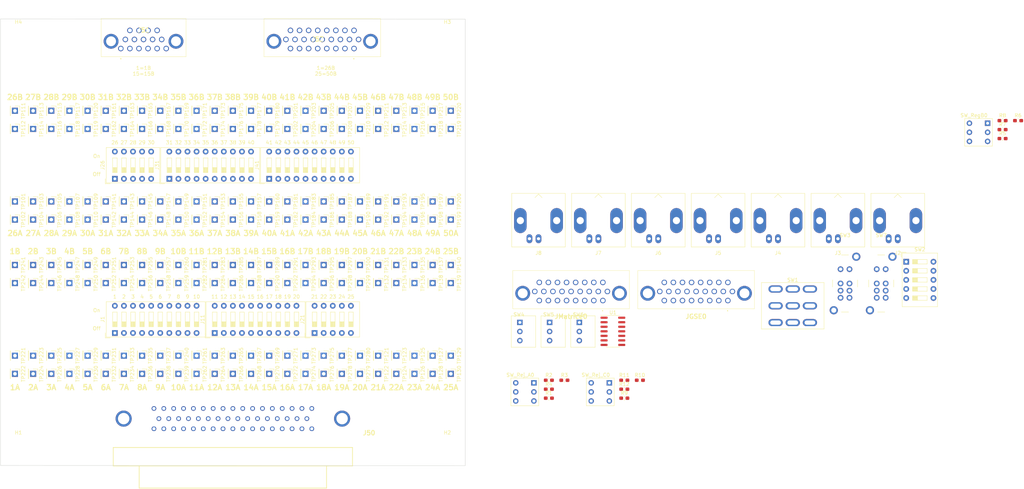
<source format=kicad_pcb>
(kicad_pcb (version 20171130) (host pcbnew 5.1.5-1.fc31)
  (layers (0 F.Cu signal) (1 In1.Cu signal) (2 In2.Cu signal) (3 In3.Cu signal) (4 In4.Cu signal) (31 B.Cu signal) (34 B.Paste user) (35 F.Paste user) (36 B.SilkS user) (37 F.SilkS user) (38 B.Mask user) (39 F.Mask user) (44 Edge.Cuts user))
  (net 0 "")
  (net 1 /1)
  (net 2 /2)
  (net 3 /3)
  (net 4 /4)
  (net 5 /5)
  (net 6 /6)
  (net 7 /7)
  (net 8 /8)
  (net 9 /9)
  (net 10 /10)
  (net 11 /11)
  (net 12 /12)
  (net 13 /13)
  (net 14 /14)
  (net 15 /15)
  (net 16 /16)
  (net 17 /17)
  (net 18 /18)
  (net 19 /19)
  (net 20 /20)
  (net 21 /21)
  (net 22 /22)
  (net 23 /23)
  (net 24 /24)
  (net 25 /25)
  (net 26 /26)
  (net 27 /27)
  (net 28 /28)
  (net 29 /30)
  (net 30 /31)
  (net 31 /32)
  (net 32 /33)
  (net 33 /35)
  (net 34 /36)
  (net 35 /37)
  (net 36 /38)
  (net 37 /39)
  (net 38 /40)
  (net 39 /41)
  (net 40 /42)
  (net 41 /43)
  (net 42 /44)
  (net 43 /46)
  (net 44 /47)
  (net 45 /49)
  (net 46 /50)
  (net 47 /101)
  (net 48 /102)
  (net 49 /103)
  (net 50 /104)
  (net 51 /105)
  (net 52 /106)
  (net 53 /107)
  (net 54 /108)
  (net 55 /109)
  (net 56 /110)
  (net 57 /111)
  (net 58 /112)
  (net 59 /113)
  (net 60 /114)
  (net 61 /115)
  (net 62 /116)
  (net 63 /117)
  (net 64 /118)
  (net 65 /119)
  (net 66 /120)
  (net 67 /121)
  (net 68 /122)
  (net 69 /123)
  (net 70 /124)
  (net 71 /125)
  (net 72 /126)
  (net 73 /127)
  (net 74 /128)
  (net 75 /129)
  (net 76 /130)
  (net 77 /131)
  (net 78 /132)
  (net 79 /133)
  (net 80 /134)
  (net 81 /135)
  (net 82 /136)
  (net 83 /137)
  (net 84 /138)
  (net 85 /139)
  (net 86 /140)
  (net 87 /141)
  (net 88 /142)
  (net 89 /143)
  (net 90 /144)
  (net 91 /145)
  (net 92 /146)
  (net 93 /147)
  (net 94 /148)
  (net 95 /149)
  (net 96 /150)
  (net 97 /31-40/sheet61ADBB5A/sheet61AD0B7F/TPs)
  (net 98 /31-40/1b-10b/sheet61AD0B7F/TPs)
  (net 99 /41-50/sheet61ADBB5A/sheet61AD0B7F/TPs)
  (net 100 /41-50/1b-10b/sheet61AD0B7F/TPs)
  (net 101 /01-10/sheet61ADBB5A/sheet61AD0B7F/TPs)
  (net 102 /01-10/1b-10b/sheet61AD0B7F/TPs)
  (net 103 /11-20/sheet61ADBB5A/sheet61AD0B7F/TPs)
  (net 104 /11-20/1b-10b/sheet61AD0B7F/TPs)
  (net 105 /VPerturb)
  (net 106 GND)
  (net 107 /Spectro1_In)
  (net 108 /Spectro2_In)
  (net 109 /Spectro3_In)
  (net 110 "Net-(J6-Pad2)")
  (net 111 /Spectro1_Out)
  (net 112 "Net-(J7-Pad2)")
  (net 113 /Spectro2_Out)
  (net 114 "Net-(J8-Pad2)")
  (net 115 /Spectro3_Out)
  (net 116 /+6V_B)
  (net 117 /+6V_C)
  (net 118 /+6V_A)
  (net 119 /+12v)
  (net 120 "Net-(JGSE0-Pad9)")
  (net 121 "Net-(JGSE0-Pad7)")
  (net 122 "Net-(JGSE0-Pad5)")
  (net 123 /Source+6V_A)
  (net 124 "Net-(JGSE0-Pad15)")
  (net 125 "Net-(JGSE0-Pad1)")
  (net 126 "Net-(JGSE0-Pad25)")
  (net 127 "Net-(JGSE0-Pad23)")
  (net 128 "Net-(JGSE0-Pad21)")
  (net 129 "Net-(JGSE0-Pad20)")
  (net 130 /Source+6V_C)
  (net 131 /Source+6V_B)
  (net 132 "Net-(JGSE0-Pad16)")
  (net 133 "Net-(JGSE0-Pad14)")
  (net 134 "Net-(JGSE0-Pad24)")
  (net 135 "Net-(JGSE0-Pad13)")
  (net 136 "Net-(JGSE0-Pad2)")
  (net 137 "Net-(JGSE0-Pad3)")
  (net 138 "Net-(JGSE0-Pad4)")
  (net 139 "Net-(JGSE0-Pad6)")
  (net 140 "Net-(JGSE0-Pad8)")
  (net 141 "Net-(JGSE0-Pad10)")
  (net 142 "Net-(JGSE0-Pad11)")
  (net 143 "Net-(JGSE0-Pad12)")
  (net 144 "Net-(JMatrice0-Pad22)")
  (net 145 /MatriceToSpectro2)
  (net 146 /Spectro3ToMatrice)
  (net 147 /Spectro1ToMatrice)
  (net 148 "Net-(JMatrice0-Pad17)")
  (net 149 "Net-(JMatrice0-Pad15)")
  (net 150 /SpectroToMatrice)
  (net 151 "Net-(JMatrice0-Pad25)")
  (net 152 "Net-(JMatrice0-Pad23)")
  (net 153 "Net-(JMatrice0-Pad21)")
  (net 154 "Net-(JMatrice0-Pad20)")
  (net 155 "Net-(JMatrice0-Pad19)")
  (net 156 "Net-(JMatrice0-Pad18)")
  (net 157 "Net-(JMatrice0-Pad16)")
  (net 158 "Net-(JMatrice0-Pad14)")
  (net 159 "Net-(JMatrice0-Pad24)")
  (net 160 "Net-(JMatrice0-Pad13)")
  (net 161 /Spectro2ToMatrice)
  (net 162 /MatriceToSpectro1)
  (net 163 /MatriceToSpectro3)
  (net 164 "Net-(JMatrice0-Pad11)")
  (net 165 "Net-(JMatrice0-Pad12)")
  (net 166 "Net-(R1-Pad2)")
  (net 167 "Net-(R1-Pad1)")
  (net 168 "Net-(R3-Pad2)")
  (net 169 "Net-(R4-Pad1)")
  (net 170 "Net-(R5-Pad2)")
  (net 171 "Net-(R5-Pad1)")
  (net 172 "Net-(R7-Pad2)")
  (net 173 "Net-(R8-Pad1)")
  (net 174 "Net-(R9-Pad2)")
  (net 175 "Net-(R10-Pad1)")
  (net 176 "Net-(R11-Pad2)")
  (net 177 "Net-(R12-Pad1)")
  (net 178 "Net-(SW1-Pad7)")
  (net 179 "Net-(SW1-Pad4)")
  (net 180 "Net-(SW1-Pad1)")
  (net 181 "Net-(SW3-Pad0)")
  (net 182 /Spectro1_RTN)
  (net 183 /Spectro1_S)
  (net 184 /Sx)
  (net 185 "Net-(SW4-Pad2)")
  (net 186 "Net-(SW5-Pad2)")
  (net 187 "Net-(SW6-Pad2)")
  (net 188 "Net-(SW_RegB0-Pad1)")
  (net 189 "Net-(SW_Rej_A0-Pad1)")
  (net 190 "Net-(SW_Rej_C0-Pad1)")
  (module Package_SO:SOIC-14_3.9x8.7mm_P1.27mm (layer F.Cu) (at 106.31 24.93)
    (fp_text reference U1 (at 0 -5.28) (layer F.SilkS))
    (fp_text value OPA4376)
    (pad 14 smd roundrect (at 2.475 -3.81) (size 1.95 0.6) (layers F.Cu F.Paste F.Mask) (net 106 GND))
    (pad 13 smd roundrect (at 2.475 -2.54) (size 1.95 0.6) (layers F.Cu F.Paste F.Mask) (net 106 GND))
    (pad 12 smd roundrect (at 2.475 -1.27) (size 1.95 0.6) (layers F.Cu F.Paste F.Mask) (net 106 GND))
    (pad 11 smd roundrect (at 2.475 0) (size 1.95 0.6) (layers F.Cu F.Paste F.Mask) (net 106 GND))
    (pad 10 smd roundrect (at 2.475 1.27) (size 1.95 0.6) (layers F.Cu F.Paste F.Mask) (net 176 "Net-(R11-Pad2)"))
    (pad 9 smd roundrect (at 2.475 2.54) (size 1.95 0.6) (layers F.Cu F.Paste F.Mask) (net 175 "Net-(R10-Pad1)"))
    (pad 8 smd roundrect (at 2.475 3.81) (size 1.95 0.6) (layers F.Cu F.Paste F.Mask) (net 177 "Net-(R12-Pad1)"))
    (pad 7 smd roundrect (at -2.475 3.81) (size 1.95 0.6) (layers F.Cu F.Paste F.Mask) (net 173 "Net-(R8-Pad1)"))
    (pad 6 smd roundrect (at -2.475 2.54) (size 1.95 0.6) (layers F.Cu F.Paste F.Mask) (net 171 "Net-(R5-Pad1)"))
    (pad 5 smd roundrect (at -2.475 1.27) (size 1.95 0.6) (layers F.Cu F.Paste F.Mask) (net 172 "Net-(R7-Pad2)"))
    (pad 4 smd roundrect (at -2.475 0) (size 1.95 0.6) (layers F.Cu F.Paste F.Mask) (net 119 /+12v))
    (pad 3 smd roundrect (at -2.475 -1.27) (size 1.95 0.6) (layers F.Cu F.Paste F.Mask) (net 168 "Net-(R3-Pad2)"))
    (pad 2 smd roundrect (at -2.475 -2.54) (size 1.95 0.6) (layers F.Cu F.Paste F.Mask) (net 167 "Net-(R1-Pad1)"))
    (pad 1 smd roundrect (at -2.475 -3.81) (size 1.95 0.6) (layers F.Cu F.Paste F.Mask) (net 169 "Net-(R4-Pad1)"))
  )
  (module LibPersoNadj:SW_DPDT_B22AP_NKK (layer F.Cu) (at 102.78 41.9)
    (fp_text reference SW_Rej_C0 (at -1.27 -4.74) (layer F.SilkS))
    (fp_text value SW_Push_DPDT)
    (pad 6 thru_hole circle (at -2.54 2.54) (size 1.524 1.524) (drill 0.8128) (layers *.Cu *.Mask) (net 174 "Net-(R9-Pad2)"))
    (pad 5 thru_hole circle (at -2.54 0) (size 1.524 1.524) (drill 0.8128) (layers *.Cu *.Mask) (net 131 /Source+6V_B))
    (pad 4 thru_hole circle (at -2.54 -2.54) (size 1.524 1.524) (drill 0.8128) (layers *.Cu *.Mask) (net 190 "Net-(SW_Rej_C0-Pad1)"))
    (pad 3 thru_hole circle (at 2.54 2.54) (size 1.524 1.524) (drill 0.8128) (layers *.Cu *.Mask) (net 177 "Net-(R12-Pad1)"))
    (pad 2 thru_hole circle (at 2.54 0) (size 1.524 1.524) (drill 0.8128) (layers *.Cu *.Mask) (net 116 /+6V_B))
    (pad 1 thru_hole rect (at 2.54 -2.54) (size 1.524 1.524) (drill 0.8128) (layers *.Cu *.Mask) (net 190 "Net-(SW_Rej_C0-Pad1)"))
  )
  (module LibPersoNadj:SW_DPDT_B22AP_NKK (layer F.Cu) (at 81.67 41.9)
    (fp_text reference SW_Rej_A0 (at -1.27 -4.74) (layer F.SilkS))
    (fp_text value SW_Push_DPDT)
    (pad 6 thru_hole circle (at -2.54 2.54) (size 1.524 1.524) (drill 0.8128) (layers *.Cu *.Mask) (net 166 "Net-(R1-Pad2)"))
    (pad 5 thru_hole circle (at -2.54 0) (size 1.524 1.524) (drill 0.8128) (layers *.Cu *.Mask) (net 123 /Source+6V_A))
    (pad 4 thru_hole circle (at -2.54 -2.54) (size 1.524 1.524) (drill 0.8128) (layers *.Cu *.Mask) (net 189 "Net-(SW_Rej_A0-Pad1)"))
    (pad 3 thru_hole circle (at 2.54 2.54) (size 1.524 1.524) (drill 0.8128) (layers *.Cu *.Mask) (net 169 "Net-(R4-Pad1)"))
    (pad 2 thru_hole circle (at 2.54 0) (size 1.524 1.524) (drill 0.8128) (layers *.Cu *.Mask) (net 118 /+6V_A))
    (pad 1 thru_hole rect (at 2.54 -2.54) (size 1.524 1.524) (drill 0.8128) (layers *.Cu *.Mask) (net 189 "Net-(SW_Rej_A0-Pad1)"))
  )
  (module LibPersoNadj:SW_DPDT_B22AP_NKK (layer F.Cu) (at 208.59 -30.8)
    (fp_text reference SW_RegB0 (at -1.27 -4.74) (layer F.SilkS))
    (fp_text value SW_Push_DPDT)
    (pad 6 thru_hole circle (at -2.54 2.54) (size 1.524 1.524) (drill 0.8128) (layers *.Cu *.Mask) (net 170 "Net-(R5-Pad2)"))
    (pad 5 thru_hole circle (at -2.54 0) (size 1.524 1.524) (drill 0.8128) (layers *.Cu *.Mask) (net 131 /Source+6V_B))
    (pad 4 thru_hole circle (at -2.54 -2.54) (size 1.524 1.524) (drill 0.8128) (layers *.Cu *.Mask) (net 188 "Net-(SW_RegB0-Pad1)"))
    (pad 3 thru_hole circle (at 2.54 2.54) (size 1.524 1.524) (drill 0.8128) (layers *.Cu *.Mask) (net 173 "Net-(R8-Pad1)"))
    (pad 2 thru_hole circle (at 2.54 0) (size 1.524 1.524) (drill 0.8128) (layers *.Cu *.Mask) (net 116 /+6V_B))
    (pad 1 thru_hole rect (at 2.54 -2.54) (size 1.524 1.524) (drill 0.8128) (layers *.Cu *.Mask) (net 188 "Net-(SW_RegB0-Pad1)"))
  )
  (module LibPersoNadj:Switch_DP3T_Slide_MHS233K (layer F.Cu) (at 181.365 11.535)
    (fp_text reference SW7 (at 0 -13.5) (layer F.SilkS))
    (fp_text value SW_3PDT)
    (pad 0 thru_hole circle (at -3.15 7.5 180) (size 2.3 2.3) (drill 1.4) (layers *.Cu *.Mask))
    (pad 0 thru_hole circle (at 3.15 -7.5) (size 2.3 2.3) (drill 1.4) (layers *.Cu *.Mask))
    (pad 8 thru_hole circle (at 1.25 4) (size 1.6 1.6) (drill 0.9) (layers *.Cu *.Mask) (net 109 /Spectro3_In))
    (pad 7 thru_hole circle (at 1.25 2) (size 1.6 1.6) (drill 0.9) (layers *.Cu *.Mask) (net 187 "Net-(SW6-Pad2)"))
    (pad 6 thru_hole circle (at 1.25 0) (size 1.6 1.6) (drill 0.9) (layers *.Cu *.Mask) (net 145 /MatriceToSpectro2))
    (pad 5 thru_hole circle (at 1.25 -4) (size 1.6 1.6) (drill 0.9) (layers *.Cu *.Mask) (net 108 /Spectro2_In))
    (pad 4 thru_hole circle (at -1.25 4) (size 1.6 1.6) (drill 0.9) (layers *.Cu *.Mask) (net 186 "Net-(SW5-Pad2)"))
    (pad 3 thru_hole circle (at -1.25 2) (size 1.6 1.6) (drill 0.9) (layers *.Cu *.Mask) (net 162 /MatriceToSpectro1))
    (pad 2 thru_hole circle (at -1.25 0) (size 1.6 1.6) (drill 0.9) (layers *.Cu *.Mask) (net 107 /Spectro1_In))
    (pad 1 thru_hole circle (at -1.25 -4) (size 1.6 1.6) (drill 0.9) (layers *.Cu *.Mask) (net 185 "Net-(SW4-Pad2)"))
  )
  (module LibPersoNadj:SW_SPDT_B12AP_NKK (layer F.Cu) (at 97.925 24.985)
    (fp_text reference SW6 (at -1.27 -4.74) (layer F.SilkS))
    (fp_text value SW_SPDT)
    (pad 3 thru_hole circle (at -1 2.54) (size 1.524 1.524) (drill 0.8128) (layers *.Cu *.Mask) (net 29 /30))
    (pad 2 thru_hole circle (at -1 0) (size 1.524 1.524) (drill 0.8128) (layers *.Cu *.Mask) (net 187 "Net-(SW6-Pad2)"))
    (pad 1 thru_hole rect (at -1 -2.54) (size 1.524 1.524) (drill 0.8128) (layers *.Cu *.Mask) (net 27 /27))
  )
  (module LibPersoNadj:SW_SPDT_B12AP_NKK (layer F.Cu) (at 89.605 24.985)
    (fp_text reference SW5 (at -1.27 -4.74) (layer F.SilkS))
    (fp_text value SW_SPDT)
    (pad 3 thru_hole circle (at -1 2.54) (size 1.524 1.524) (drill 0.8128) (layers *.Cu *.Mask) (net 39 /41))
    (pad 2 thru_hole circle (at -1 0) (size 1.524 1.524) (drill 0.8128) (layers *.Cu *.Mask) (net 186 "Net-(SW5-Pad2)"))
    (pad 1 thru_hole rect (at -1 -2.54) (size 1.524 1.524) (drill 0.8128) (layers *.Cu *.Mask) (net 38 /40))
  )
  (module LibPersoNadj:SW_SPDT_B12AP_NKK (layer F.Cu) (at 81.285 24.985)
    (fp_text reference SW4 (at -1.27 -4.74) (layer F.SilkS))
    (fp_text value SW_SPDT)
    (pad 3 thru_hole circle (at -1 2.54) (size 1.524 1.524) (drill 0.8128) (layers *.Cu *.Mask) (net 182 /Spectro1_RTN))
    (pad 2 thru_hole circle (at -1 0) (size 1.524 1.524) (drill 0.8128) (layers *.Cu *.Mask) (net 185 "Net-(SW4-Pad2)"))
    (pad 1 thru_hole rect (at -1 -2.54) (size 1.524 1.524) (drill 0.8128) (layers *.Cu *.Mask) (net 183 /Spectro1_S))
  )
  (module LibPersoNadj:Switch_DP3T_Slide_MHS233K (layer F.Cu) (at 171.245 11.535)
    (fp_text reference SW3 (at 0 -13.5) (layer F.SilkS))
    (fp_text value SW_Slide_DP3T)
    (pad 0 thru_hole circle (at -3.15 7.5 180) (size 2.3 2.3) (drill 1.4) (layers *.Cu *.Mask) (net 181 "Net-(SW3-Pad0)"))
    (pad 0 thru_hole circle (at 3.15 -7.5) (size 2.3 2.3) (drill 1.4) (layers *.Cu *.Mask) (net 181 "Net-(SW3-Pad0)"))
    (pad 8 thru_hole circle (at 1.25 4) (size 1.6 1.6) (drill 0.9) (layers *.Cu *.Mask) (net 29 /30))
    (pad 7 thru_hole circle (at 1.25 2) (size 1.6 1.6) (drill 0.9) (layers *.Cu *.Mask) (net 39 /41))
    (pad 6 thru_hole circle (at 1.25 0) (size 1.6 1.6) (drill 0.9) (layers *.Cu *.Mask) (net 182 /Spectro1_RTN))
    (pad 5 thru_hole circle (at 1.25 -4) (size 1.6 1.6) (drill 0.9) (layers *.Cu *.Mask) (net 26 /26))
    (pad 4 thru_hole circle (at -1.25 4) (size 1.6 1.6) (drill 0.9) (layers *.Cu *.Mask) (net 27 /27))
    (pad 3 thru_hole circle (at -1.25 2) (size 1.6 1.6) (drill 0.9) (layers *.Cu *.Mask) (net 38 /40))
    (pad 2 thru_hole circle (at -1.25 0) (size 1.6 1.6) (drill 0.9) (layers *.Cu *.Mask) (net 183 /Spectro1_S))
    (pad 1 thru_hole circle (at -1.25 -4) (size 1.6 1.6) (drill 0.9) (layers *.Cu *.Mask) (net 184 /Sx))
  )
  (module Button_Switch_THT:SW_DIP_SPSTx05_Slide_9.78x14.88mm_W7.62mm_P2.54mm (layer F.Cu) (at 188.365 5.45)
    (fp_text reference SW2 (at 3.81 -3.42) (layer F.SilkS))
    (fp_text value SW_DIP_x05)
    (pad 10 thru_hole oval (at 7.62 0) (size 1.6 1.6) (drill 0.8) (layers *.Cu *.Mask) (net 1 /1))
    (pad 5 thru_hole oval (at 0 10.16) (size 1.6 1.6) (drill 0.8) (layers *.Cu *.Mask) (net 178 "Net-(SW1-Pad7)"))
    (pad 9 thru_hole oval (at 7.62 2.54) (size 1.6 1.6) (drill 0.8) (layers *.Cu *.Mask) (net 3 /3))
    (pad 4 thru_hole oval (at 0 7.62) (size 1.6 1.6) (drill 0.8) (layers *.Cu *.Mask) (net 179 "Net-(SW1-Pad4)"))
    (pad 8 thru_hole oval (at 7.62 5.08) (size 1.6 1.6) (drill 0.8) (layers *.Cu *.Mask) (net 5 /5))
    (pad 3 thru_hole oval (at 0 5.08) (size 1.6 1.6) (drill 0.8) (layers *.Cu *.Mask) (net 180 "Net-(SW1-Pad1)"))
    (pad 7 thru_hole oval (at 7.62 7.62) (size 1.6 1.6) (drill 0.8) (layers *.Cu *.Mask) (net 3 /3))
    (pad 2 thru_hole oval (at 0 2.54) (size 1.6 1.6) (drill 0.8) (layers *.Cu *.Mask) (net 180 "Net-(SW1-Pad1)"))
    (pad 6 thru_hole oval (at 7.62 10.16) (size 1.6 1.6) (drill 0.8) (layers *.Cu *.Mask) (net 5 /5))
    (pad 1 thru_hole rect (at 0 0) (size 1.6 1.6) (drill 0.8) (layers *.Cu *.Mask) (net 180 "Net-(SW1-Pad1)"))
  )
  (module LibPersoNadj:SW_3PDT_M2032TNW01_NKK (layer F.Cu) (at 156.625 17.785)
    (fp_text reference SW1 (at -0.02 -7.24) (layer F.SilkS))
    (fp_text value SW_3PDT)
    (pad 9 thru_hole oval (at 4.8 4.7) (size 4 2) (drill oval 3 1.2) (layers *.Cu *.Mask) (net 146 /Spectro3ToMatrice))
    (pad 8 thru_hole oval (at 4.8 0) (size 4 2) (drill oval 3 1.2) (layers *.Cu *.Mask) (net 115 /Spectro3_Out))
    (pad 7 thru_hole oval (at 4.8 -4.7) (size 4 2) (drill oval 3 1.2) (layers *.Cu *.Mask) (net 178 "Net-(SW1-Pad7)"))
    (pad 6 thru_hole oval (at 0 4.7) (size 4 2) (drill oval 3 1.2) (layers *.Cu *.Mask) (net 161 /Spectro2ToMatrice))
    (pad 5 thru_hole oval (at 0 0) (size 4 2) (drill oval 3 1.2) (layers *.Cu *.Mask) (net 113 /Spectro2_Out))
    (pad 4 thru_hole oval (at 0 -4.7) (size 4 2) (drill oval 3 1.2) (layers *.Cu *.Mask) (net 179 "Net-(SW1-Pad4)"))
    (pad 3 thru_hole oval (at -4.8 4.7) (size 4 2) (drill oval 3 1.2) (layers *.Cu *.Mask) (net 147 /Spectro1ToMatrice))
    (pad 2 thru_hole oval (at -4.8 0) (size 4 2) (drill oval 3 1.2) (layers *.Cu *.Mask) (net 111 /Spectro1_Out))
    (pad 1 thru_hole oval (at -4.8 -4.7) (size 4 2) (drill oval 3 1.2) (layers *.Cu *.Mask) (net 180 "Net-(SW1-Pad1)"))
  )
  (module Resistor_SMD:R_0603_1608Metric_Pad1.05x0.95mm_HandSolder (layer F.Cu) (at 109.5 41.14)
    (fp_text reference R12 (at 0 -1.43) (layer F.SilkS))
    (fp_text value R)
    (pad 2 smd roundrect (at 0.875 0) (size 1.05 0.95) (layers F.Cu F.Paste F.Mask) (net 176 "Net-(R11-Pad2)"))
    (pad 1 smd roundrect (at -0.875 0) (size 1.05 0.95) (layers F.Cu F.Paste F.Mask) (net 177 "Net-(R12-Pad1)"))
  )
  (module Resistor_SMD:R_0603_1608Metric_Pad1.05x0.95mm_HandSolder (layer F.Cu) (at 109.5 38.63)
    (fp_text reference R11 (at 0 -1.43) (layer F.SilkS))
    (fp_text value R)
    (pad 2 smd roundrect (at 0.875 0) (size 1.05 0.95) (layers F.Cu F.Paste F.Mask) (net 176 "Net-(R11-Pad2)"))
    (pad 1 smd roundrect (at -0.875 0) (size 1.05 0.95) (layers F.Cu F.Paste F.Mask) (net 106 GND))
  )
  (module Resistor_SMD:R_0603_1608Metric_Pad1.05x0.95mm_HandSolder (layer F.Cu) (at 113.85 38.63)
    (fp_text reference R10 (at 0 -1.43) (layer F.SilkS))
    (fp_text value R)
    (pad 2 smd roundrect (at 0.875 0) (size 1.05 0.95) (layers F.Cu F.Paste F.Mask) (net 105 /VPerturb))
    (pad 1 smd roundrect (at -0.875 0) (size 1.05 0.95) (layers F.Cu F.Paste F.Mask) (net 175 "Net-(R10-Pad1)"))
  )
  (module Resistor_SMD:R_0603_1608Metric_Pad1.05x0.95mm_HandSolder (layer F.Cu) (at 109.5 43.65)
    (fp_text reference R9 (at 0 -1.43) (layer F.SilkS))
    (fp_text value R)
    (pad 2 smd roundrect (at 0.875 0) (size 1.05 0.95) (layers F.Cu F.Paste F.Mask) (net 174 "Net-(R9-Pad2)"))
    (pad 1 smd roundrect (at -0.875 0) (size 1.05 0.95) (layers F.Cu F.Paste F.Mask) (net 175 "Net-(R10-Pad1)"))
  )
  (module Resistor_SMD:R_0603_1608Metric_Pad1.05x0.95mm_HandSolder (layer F.Cu) (at 215.31 -34.07)
    (fp_text reference R8 (at 0 -1.43) (layer F.SilkS))
    (fp_text value R)
    (pad 2 smd roundrect (at 0.875 0) (size 1.05 0.95) (layers F.Cu F.Paste F.Mask) (net 172 "Net-(R7-Pad2)"))
    (pad 1 smd roundrect (at -0.875 0) (size 1.05 0.95) (layers F.Cu F.Paste F.Mask) (net 173 "Net-(R8-Pad1)"))
  )
  (module Resistor_SMD:R_0603_1608Metric_Pad1.05x0.95mm_HandSolder (layer F.Cu) (at 215.31 -31.56)
    (fp_text reference R7 (at 0 -1.43) (layer F.SilkS))
    (fp_text value R)
    (pad 2 smd roundrect (at 0.875 0) (size 1.05 0.95) (layers F.Cu F.Paste F.Mask) (net 172 "Net-(R7-Pad2)"))
    (pad 1 smd roundrect (at -0.875 0) (size 1.05 0.95) (layers F.Cu F.Paste F.Mask) (net 106 GND))
  )
  (module Resistor_SMD:R_0603_1608Metric_Pad1.05x0.95mm_HandSolder (layer F.Cu) (at 219.66 -34.07)
    (fp_text reference R6 (at 0 -1.43) (layer F.SilkS))
    (fp_text value R)
    (pad 2 smd roundrect (at 0.875 0) (size 1.05 0.95) (layers F.Cu F.Paste F.Mask) (net 105 /VPerturb))
    (pad 1 smd roundrect (at -0.875 0) (size 1.05 0.95) (layers F.Cu F.Paste F.Mask) (net 171 "Net-(R5-Pad1)"))
  )
  (module Resistor_SMD:R_0603_1608Metric_Pad1.05x0.95mm_HandSolder (layer F.Cu) (at 215.31 -29.05)
    (fp_text reference R5 (at 0 -1.43) (layer F.SilkS))
    (fp_text value R)
    (pad 2 smd roundrect (at 0.875 0) (size 1.05 0.95) (layers F.Cu F.Paste F.Mask) (net 170 "Net-(R5-Pad2)"))
    (pad 1 smd roundrect (at -0.875 0) (size 1.05 0.95) (layers F.Cu F.Paste F.Mask) (net 171 "Net-(R5-Pad1)"))
  )
  (module Resistor_SMD:R_0603_1608Metric_Pad1.05x0.95mm_HandSolder (layer F.Cu) (at 88.39 41.14)
    (fp_text reference R4 (at 0 -1.43) (layer F.SilkS))
    (fp_text value R)
    (pad 2 smd roundrect (at 0.875 0) (size 1.05 0.95) (layers F.Cu F.Paste F.Mask) (net 168 "Net-(R3-Pad2)"))
    (pad 1 smd roundrect (at -0.875 0) (size 1.05 0.95) (layers F.Cu F.Paste F.Mask) (net 169 "Net-(R4-Pad1)"))
  )
  (module Resistor_SMD:R_0603_1608Metric_Pad1.05x0.95mm_HandSolder (layer F.Cu) (at 92.74 38.63)
    (fp_text reference R3 (at 0 -1.43) (layer F.SilkS))
    (fp_text value R)
    (pad 2 smd roundrect (at 0.875 0) (size 1.05 0.95) (layers F.Cu F.Paste F.Mask) (net 168 "Net-(R3-Pad2)"))
    (pad 1 smd roundrect (at -0.875 0) (size 1.05 0.95) (layers F.Cu F.Paste F.Mask) (net 106 GND))
  )
  (module Resistor_SMD:R_0603_1608Metric_Pad1.05x0.95mm_HandSolder (layer F.Cu) (at 88.39 38.63)
    (fp_text reference R2 (at 0 -1.43) (layer F.SilkS))
    (fp_text value R)
    (pad 2 smd roundrect (at 0.875 0) (size 1.05 0.95) (layers F.Cu F.Paste F.Mask) (net 105 /VPerturb))
    (pad 1 smd roundrect (at -0.875 0) (size 1.05 0.95) (layers F.Cu F.Paste F.Mask) (net 167 "Net-(R1-Pad1)"))
  )
  (module Resistor_SMD:R_0603_1608Metric_Pad1.05x0.95mm_HandSolder (layer F.Cu) (at 88.39 43.65)
    (fp_text reference R1 (at 0 -1.43) (layer F.SilkS))
    (fp_text value R)
    (pad 2 smd roundrect (at 0.875 0) (size 1.05 0.95) (layers F.Cu F.Paste F.Mask) (net 166 "Net-(R1-Pad2)"))
    (pad 1 smd roundrect (at -0.875 0) (size 1.05 0.95) (layers F.Cu F.Paste F.Mask) (net 167 "Net-(R1-Pad1)"))
  )
  (module LibPersoNadj:DCCM25PCBRPN (layer F.Cu) (at 94.612 13.775)
    (fp_text reference JMatrice0 (at 0 7) (layer F.SilkS) (effects (font (size 1.27 1.27) (thickness 0.254))))
    (fp_text value DB25_Male_MountingHoles hide)
    (pad 0 thru_hole circle (at 13.53 0.508) (size 4.155 4.155) (drill 2.77) (layers *.Cu *.Mask) (net 106 GND))
    (pad 0 thru_hole circle (at -13.53 0.508) (size 4.155 4.155) (drill 2.77) (layers *.Cu *.Mask) (net 106 GND))
    (pad 22 thru_hole circle (at 5.08 0) (size 1.53 1.53) (drill 1.02) (layers *.Cu *.Mask) (net 144 "Net-(JMatrice0-Pad22)"))
    (pad 9 thru_hole circle (at 2.54 0) (size 1.53 1.53) (drill 1.02) (layers *.Cu *.Mask) (net 145 /MatriceToSpectro2))
    (pad 7 thru_hole circle (at 0 0) (size 1.53 1.53) (drill 1.02) (layers *.Cu *.Mask) (net 146 /Spectro3ToMatrice))
    (pad 5 thru_hole circle (at -2.54 0) (size 1.53 1.53) (drill 1.02) (layers *.Cu *.Mask) (net 147 /Spectro1ToMatrice))
    (pad 17 thru_hole circle (at -5.08 0) (size 1.53 1.53) (drill 1.02) (layers *.Cu *.Mask) (net 148 "Net-(JMatrice0-Pad17)"))
    (pad 15 thru_hole circle (at -7.62 0) (size 1.53 1.53) (drill 1.02) (layers *.Cu *.Mask) (net 149 "Net-(JMatrice0-Pad15)"))
    (pad 1 thru_hole circle (at -10.16 0) (size 1.53 1.53) (drill 1.02) (layers *.Cu *.Mask) (net 150 /SpectroToMatrice))
    (pad 25 thru_hole circle (at 8.89 2.54) (size 1.53 1.53) (drill 1.02) (layers *.Cu *.Mask) (net 151 "Net-(JMatrice0-Pad25)"))
    (pad 23 thru_hole circle (at 6.35 2.54) (size 1.53 1.53) (drill 1.02) (layers *.Cu *.Mask) (net 152 "Net-(JMatrice0-Pad23)"))
    (pad 21 thru_hole circle (at 3.81 2.54) (size 1.53 1.53) (drill 1.02) (layers *.Cu *.Mask) (net 153 "Net-(JMatrice0-Pad21)"))
    (pad 20 thru_hole circle (at 1.27 2.54) (size 1.53 1.53) (drill 1.02) (layers *.Cu *.Mask) (net 154 "Net-(JMatrice0-Pad20)"))
    (pad 19 thru_hole circle (at -1.27 2.54) (size 1.53 1.53) (drill 1.02) (layers *.Cu *.Mask) (net 155 "Net-(JMatrice0-Pad19)"))
    (pad 18 thru_hole circle (at -3.81 2.54) (size 1.53 1.53) (drill 1.02) (layers *.Cu *.Mask) (net 156 "Net-(JMatrice0-Pad18)"))
    (pad 16 thru_hole circle (at -6.35 2.54) (size 1.53 1.53) (drill 1.02) (layers *.Cu *.Mask) (net 157 "Net-(JMatrice0-Pad16)"))
    (pad 14 thru_hole circle (at -8.89 2.54) (size 1.53 1.53) (drill 1.02) (layers *.Cu *.Mask) (net 158 "Net-(JMatrice0-Pad14)"))
    (pad 24 thru_hole circle (at 7.62 0) (size 1.53 1.53) (drill 1.02) (layers *.Cu *.Mask) (net 159 "Net-(JMatrice0-Pad24)"))
    (pad 13 thru_hole circle (at 10.16 0) (size 1.53 1.53) (drill 1.02) (layers *.Cu *.Mask) (net 160 "Net-(JMatrice0-Pad13)"))
    (pad 2 thru_hole circle (at -8.89 -2.54) (size 1.53 1.53) (drill 1.02) (layers *.Cu *.Mask) (net 1 /1))
    (pad 3 thru_hole circle (at -6.35 -2.54) (size 1.53 1.53) (drill 1.02) (layers *.Cu *.Mask) (net 3 /3))
    (pad 4 thru_hole circle (at -3.81 -2.54) (size 1.53 1.53) (drill 1.02) (layers *.Cu *.Mask) (net 5 /5))
    (pad 6 thru_hole circle (at -1.27 -2.54) (size 1.53 1.53) (drill 1.02) (layers *.Cu *.Mask) (net 161 /Spectro2ToMatrice))
    (pad 8 thru_hole circle (at 1.27 -2.54) (size 1.53 1.53) (drill 1.02) (layers *.Cu *.Mask) (net 162 /MatriceToSpectro1))
    (pad 10 thru_hole circle (at 3.81 -2.54) (size 1.53 1.53) (drill 1.02) (layers *.Cu *.Mask) (net 163 /MatriceToSpectro3))
    (pad 11 thru_hole circle (at 6.35 -2.54) (size 1.53 1.53) (drill 1.02) (layers *.Cu *.Mask) (net 164 "Net-(JMatrice0-Pad11)"))
    (pad 12 thru_hole circle (at 8.89 -2.54) (size 1.53 1.53) (drill 1.02) (layers *.Cu *.Mask) (net 165 "Net-(JMatrice0-Pad12)"))
  )
  (module LibPersoNadj:DCCM25PCBRPN (layer F.Cu) (at 129.582 13.775)
    (fp_text reference JGSE0 (at 0 7) (layer F.SilkS) (effects (font (size 1.27 1.27) (thickness 0.254))))
    (fp_text value DB25_Male_MountingHoles hide)
    (pad 0 thru_hole circle (at 13.53 0.508) (size 4.155 4.155) (drill 2.77) (layers *.Cu *.Mask) (net 106 GND))
    (pad 0 thru_hole circle (at -13.53 0.508) (size 4.155 4.155) (drill 2.77) (layers *.Cu *.Mask) (net 106 GND))
    (pad 22 thru_hole circle (at 5.08 0) (size 1.53 1.53) (drill 1.02) (layers *.Cu *.Mask) (net 119 /+12v))
    (pad 9 thru_hole circle (at 2.54 0) (size 1.53 1.53) (drill 1.02) (layers *.Cu *.Mask) (net 120 "Net-(JGSE0-Pad9)"))
    (pad 7 thru_hole circle (at 0 0) (size 1.53 1.53) (drill 1.02) (layers *.Cu *.Mask) (net 121 "Net-(JGSE0-Pad7)"))
    (pad 5 thru_hole circle (at -2.54 0) (size 1.53 1.53) (drill 1.02) (layers *.Cu *.Mask) (net 122 "Net-(JGSE0-Pad5)"))
    (pad 17 thru_hole circle (at -5.08 0) (size 1.53 1.53) (drill 1.02) (layers *.Cu *.Mask) (net 123 /Source+6V_A))
    (pad 15 thru_hole circle (at -7.62 0) (size 1.53 1.53) (drill 1.02) (layers *.Cu *.Mask) (net 124 "Net-(JGSE0-Pad15)"))
    (pad 1 thru_hole circle (at -10.16 0) (size 1.53 1.53) (drill 1.02) (layers *.Cu *.Mask) (net 125 "Net-(JGSE0-Pad1)"))
    (pad 25 thru_hole circle (at 8.89 2.54) (size 1.53 1.53) (drill 1.02) (layers *.Cu *.Mask) (net 126 "Net-(JGSE0-Pad25)"))
    (pad 23 thru_hole circle (at 6.35 2.54) (size 1.53 1.53) (drill 1.02) (layers *.Cu *.Mask) (net 127 "Net-(JGSE0-Pad23)"))
    (pad 21 thru_hole circle (at 3.81 2.54) (size 1.53 1.53) (drill 1.02) (layers *.Cu *.Mask) (net 128 "Net-(JGSE0-Pad21)"))
    (pad 20 thru_hole circle (at 1.27 2.54) (size 1.53 1.53) (drill 1.02) (layers *.Cu *.Mask) (net 129 "Net-(JGSE0-Pad20)"))
    (pad 19 thru_hole circle (at -1.27 2.54) (size 1.53 1.53) (drill 1.02) (layers *.Cu *.Mask) (net 130 /Source+6V_C))
    (pad 18 thru_hole circle (at -3.81 2.54) (size 1.53 1.53) (drill 1.02) (layers *.Cu *.Mask) (net 131 /Source+6V_B))
    (pad 16 thru_hole circle (at -6.35 2.54) (size 1.53 1.53) (drill 1.02) (layers *.Cu *.Mask) (net 132 "Net-(JGSE0-Pad16)"))
    (pad 14 thru_hole circle (at -8.89 2.54) (size 1.53 1.53) (drill 1.02) (layers *.Cu *.Mask) (net 133 "Net-(JGSE0-Pad14)"))
    (pad 24 thru_hole circle (at 7.62 0) (size 1.53 1.53) (drill 1.02) (layers *.Cu *.Mask) (net 134 "Net-(JGSE0-Pad24)"))
    (pad 13 thru_hole circle (at 10.16 0) (size 1.53 1.53) (drill 1.02) (layers *.Cu *.Mask) (net 135 "Net-(JGSE0-Pad13)"))
    (pad 2 thru_hole circle (at -8.89 -2.54) (size 1.53 1.53) (drill 1.02) (layers *.Cu *.Mask) (net 136 "Net-(JGSE0-Pad2)"))
    (pad 3 thru_hole circle (at -6.35 -2.54) (size 1.53 1.53) (drill 1.02) (layers *.Cu *.Mask) (net 137 "Net-(JGSE0-Pad3)"))
    (pad 4 thru_hole circle (at -3.81 -2.54) (size 1.53 1.53) (drill 1.02) (layers *.Cu *.Mask) (net 138 "Net-(JGSE0-Pad4)"))
    (pad 6 thru_hole circle (at -1.27 -2.54) (size 1.53 1.53) (drill 1.02) (layers *.Cu *.Mask) (net 139 "Net-(JGSE0-Pad6)"))
    (pad 8 thru_hole circle (at 1.27 -2.54) (size 1.53 1.53) (drill 1.02) (layers *.Cu *.Mask) (net 140 "Net-(JGSE0-Pad8)"))
    (pad 10 thru_hole circle (at 3.81 -2.54) (size 1.53 1.53) (drill 1.02) (layers *.Cu *.Mask) (net 141 "Net-(JGSE0-Pad10)"))
    (pad 11 thru_hole circle (at 6.35 -2.54) (size 1.53 1.53) (drill 1.02) (layers *.Cu *.Mask) (net 142 "Net-(JGSE0-Pad11)"))
    (pad 12 thru_hole circle (at 8.89 -2.54) (size 1.53 1.53) (drill 1.02) (layers *.Cu *.Mask) (net 143 "Net-(JGSE0-Pad12)"))
  )
  (module Connector_Coaxial:BNC_Amphenol_B6252HB-NPP3G-50_Horizontal (layer F.Cu) (at 85.5 -1)
    (fp_text reference J8 (at 0 4) (layer F.SilkS))
    (fp_text value Conn_Coaxial)
    (pad 2 thru_hole oval (at -2.54 0) (size 1.6 2.5) (drill 0.89) (layers *.Cu *.Mask) (net 114 "Net-(J8-Pad2)"))
    (pad 1 thru_hole oval (at 0 0) (size 1.6 2.5) (drill 0.89) (layers *.Cu *.Mask) (net 115 /Spectro3_Out))
    (pad 2 thru_hole oval (at 5.08 -5.08) (size 3.5 7) (drill 2.01) (layers *.Cu *.Mask) (net 114 "Net-(J8-Pad2)"))
    (pad 2 thru_hole oval (at -5.08 -5.08) (size 3.5 7) (drill 2.01) (layers *.Cu *.Mask) (net 114 "Net-(J8-Pad2)"))
  )
  (module Connector_Coaxial:BNC_Amphenol_B6252HB-NPP3G-50_Horizontal (layer F.Cu) (at 102.25 -1)
    (fp_text reference J7 (at 0 4) (layer F.SilkS))
    (fp_text value Conn_Coaxial)
    (pad 2 thru_hole oval (at -2.54 0) (size 1.6 2.5) (drill 0.89) (layers *.Cu *.Mask) (net 112 "Net-(J7-Pad2)"))
    (pad 1 thru_hole oval (at 0 0) (size 1.6 2.5) (drill 0.89) (layers *.Cu *.Mask) (net 113 /Spectro2_Out))
    (pad 2 thru_hole oval (at 5.08 -5.08) (size 3.5 7) (drill 2.01) (layers *.Cu *.Mask) (net 112 "Net-(J7-Pad2)"))
    (pad 2 thru_hole oval (at -5.08 -5.08) (size 3.5 7) (drill 2.01) (layers *.Cu *.Mask) (net 112 "Net-(J7-Pad2)"))
  )
  (module Connector_Coaxial:BNC_Amphenol_B6252HB-NPP3G-50_Horizontal (layer F.Cu) (at 119 -1)
    (fp_text reference J6 (at 0 4) (layer F.SilkS))
    (fp_text value Conn_Coaxial)
    (pad 2 thru_hole oval (at -2.54 0) (size 1.6 2.5) (drill 0.89) (layers *.Cu *.Mask) (net 110 "Net-(J6-Pad2)"))
    (pad 1 thru_hole oval (at 0 0) (size 1.6 2.5) (drill 0.89) (layers *.Cu *.Mask) (net 111 /Spectro1_Out))
    (pad 2 thru_hole oval (at 5.08 -5.08) (size 3.5 7) (drill 2.01) (layers *.Cu *.Mask) (net 110 "Net-(J6-Pad2)"))
    (pad 2 thru_hole oval (at -5.08 -5.08) (size 3.5 7) (drill 2.01) (layers *.Cu *.Mask) (net 110 "Net-(J6-Pad2)"))
  )
  (module Connector_Coaxial:BNC_Amphenol_B6252HB-NPP3G-50_Horizontal (layer F.Cu) (at 135.75 -1)
    (fp_text reference J5 (at 0 4) (layer F.SilkS))
    (fp_text value Conn_Coaxial)
    (pad 2 thru_hole oval (at -2.54 0) (size 1.6 2.5) (drill 0.89) (layers *.Cu *.Mask) (net 106 GND))
    (pad 1 thru_hole oval (at 0 0) (size 1.6 2.5) (drill 0.89) (layers *.Cu *.Mask) (net 109 /Spectro3_In))
    (pad 2 thru_hole oval (at 5.08 -5.08) (size 3.5 7) (drill 2.01) (layers *.Cu *.Mask) (net 106 GND))
    (pad 2 thru_hole oval (at -5.08 -5.08) (size 3.5 7) (drill 2.01) (layers *.Cu *.Mask) (net 106 GND))
  )
  (module Connector_Coaxial:BNC_Amphenol_B6252HB-NPP3G-50_Horizontal (layer F.Cu) (at 152.5 -1)
    (fp_text reference J4 (at 0 4) (layer F.SilkS))
    (fp_text value Conn_Coaxial)
    (pad 2 thru_hole oval (at -2.54 0) (size 1.6 2.5) (drill 0.89) (layers *.Cu *.Mask) (net 106 GND))
    (pad 1 thru_hole oval (at 0 0) (size 1.6 2.5) (drill 0.89) (layers *.Cu *.Mask) (net 108 /Spectro2_In))
    (pad 2 thru_hole oval (at 5.08 -5.08) (size 3.5 7) (drill 2.01) (layers *.Cu *.Mask) (net 106 GND))
    (pad 2 thru_hole oval (at -5.08 -5.08) (size 3.5 7) (drill 2.01) (layers *.Cu *.Mask) (net 106 GND))
  )
  (module Connector_Coaxial:BNC_Amphenol_B6252HB-NPP3G-50_Horizontal (layer F.Cu) (at 169.25 -1)
    (fp_text reference J3 (at 0 4) (layer F.SilkS))
    (fp_text value Conn_Coaxial)
    (pad 2 thru_hole oval (at -2.54 0) (size 1.6 2.5) (drill 0.89) (layers *.Cu *.Mask) (net 106 GND))
    (pad 1 thru_hole oval (at 0 0) (size 1.6 2.5) (drill 0.89) (layers *.Cu *.Mask) (net 107 /Spectro1_In))
    (pad 2 thru_hole oval (at 5.08 -5.08) (size 3.5 7) (drill 2.01) (layers *.Cu *.Mask) (net 106 GND))
    (pad 2 thru_hole oval (at -5.08 -5.08) (size 3.5 7) (drill 2.01) (layers *.Cu *.Mask) (net 106 GND))
  )
  (module Connector_Coaxial:BNC_Amphenol_B6252HB-NPP3G-50_Horizontal (layer F.Cu) (at 186 -1)
    (fp_text reference J2 (at 0 4) (layer F.SilkS))
    (fp_text value Conn_01x01)
    (pad 2 thru_hole oval (at -2.54 0) (size 1.6 2.5) (drill 0.89) (layers *.Cu *.Mask))
    (pad 1 thru_hole oval (at 0 0) (size 1.6 2.5) (drill 0.89) (layers *.Cu *.Mask) (net 105 /VPerturb))
    (pad 2 thru_hole oval (at 5.08 -5.08) (size 3.5 7) (drill 2.01) (layers *.Cu *.Mask))
    (pad 2 thru_hole oval (at -5.08 -5.08) (size 3.5 7) (drill 2.01) (layers *.Cu *.Mask))
  )
  (module LibPersoNadj:DCCM25SCBRPN (layer F.Cu) (at 25 -56.8)
    (fp_text reference J52 (at -1.283 -0.076) (layer F.SilkS) (effects (font (size 1.27 1.27) (thickness 0.254))))
    (fp_text value DB25_Female_MountingHoles hide)
    (pad 0 thru_hole circle (at 13.53 0.508) (size 4.155 4.155) (drill 2.77) (layers *.Cu *.Mask) (net 106 GND))
    (pad 0 thru_hole circle (at -13.53 0.508) (size 4.155 4.155) (drill 2.77) (layers *.Cu *.Mask) (net 106 GND))
    (pad 22 thru_hole circle (at -5.08 0) (size 1.53 1.53) (drill 1.02) (layers *.Cu *.Mask) (net 93 /147))
    (pad 9 thru_hole circle (at -2.54 0) (size 1.53 1.53) (drill 1.02) (layers *.Cu *.Mask) (net 80 /134))
    (pad 7 thru_hole circle (at 0 0) (size 1.53 1.53) (drill 1.02) (layers *.Cu *.Mask) (net 78 /132))
    (pad 5 thru_hole circle (at 2.54 0) (size 1.53 1.53) (drill 1.02) (layers *.Cu *.Mask) (net 76 /130))
    (pad 17 thru_hole circle (at 5.08 0) (size 1.53 1.53) (drill 1.02) (layers *.Cu *.Mask) (net 88 /142))
    (pad 15 thru_hole circle (at 7.62 0) (size 1.53 1.53) (drill 1.02) (layers *.Cu *.Mask) (net 86 /140))
    (pad 1 thru_hole circle (at 10.16 0) (size 1.53 1.53) (drill 1.02) (layers *.Cu *.Mask) (net 72 /126))
    (pad 25 thru_hole circle (at -8.89 2.54) (size 1.53 1.53) (drill 1.02) (layers *.Cu *.Mask) (net 96 /150))
    (pad 23 thru_hole circle (at -6.35 2.54) (size 1.53 1.53) (drill 1.02) (layers *.Cu *.Mask) (net 94 /148))
    (pad 21 thru_hole circle (at -3.81 2.54) (size 1.53 1.53) (drill 1.02) (layers *.Cu *.Mask) (net 92 /146))
    (pad 20 thru_hole circle (at -1.27 2.54) (size 1.53 1.53) (drill 1.02) (layers *.Cu *.Mask) (net 91 /145))
    (pad 19 thru_hole circle (at 1.27 2.54) (size 1.53 1.53) (drill 1.02) (layers *.Cu *.Mask) (net 90 /144))
    (pad 18 thru_hole circle (at 3.81 2.54) (size 1.53 1.53) (drill 1.02) (layers *.Cu *.Mask) (net 89 /143))
    (pad 16 thru_hole circle (at 6.35 2.54) (size 1.53 1.53) (drill 1.02) (layers *.Cu *.Mask) (net 87 /141))
    (pad 14 thru_hole circle (at 8.89 2.54) (size 1.53 1.53) (drill 1.02) (layers *.Cu *.Mask) (net 85 /139))
    (pad 24 thru_hole circle (at -7.62 0) (size 1.53 1.53) (drill 1.02) (layers *.Cu *.Mask) (net 95 /149))
    (pad 13 thru_hole circle (at -10.16 0) (size 1.53 1.53) (drill 1.02) (layers *.Cu *.Mask) (net 84 /138))
    (pad 2 thru_hole circle (at 8.89 -2.54) (size 1.53 1.53) (drill 1.02) (layers *.Cu *.Mask) (net 73 /127))
    (pad 3 thru_hole circle (at 6.35 -2.54) (size 1.53 1.53) (drill 1.02) (layers *.Cu *.Mask) (net 74 /128))
    (pad 4 thru_hole circle (at 3.81 -2.54) (size 1.53 1.53) (drill 1.02) (layers *.Cu *.Mask) (net 75 /129))
    (pad 6 thru_hole circle (at 1.27 -2.54) (size 1.53 1.53) (drill 1.02) (layers *.Cu *.Mask) (net 77 /131))
    (pad 8 thru_hole circle (at -1.27 -2.54) (size 1.53 1.53) (drill 1.02) (layers *.Cu *.Mask) (net 79 /133))
    (pad 10 thru_hole circle (at -3.81 -2.54) (size 1.53 1.53) (drill 1.02) (layers *.Cu *.Mask) (net 81 /135))
    (pad 11 thru_hole circle (at -6.35 -2.54) (size 1.53 1.53) (drill 1.02) (layers *.Cu *.Mask) (net 82 /136))
    (pad 12 thru_hole circle (at -8.89 -2.54) (size 1.53 1.53) (drill 1.02) (layers *.Cu *.Mask) (net 83 /137))
  )
  (module LibPersoNadj:DCCM15PCBRPN (layer F.Cu) (at -25 -56.8)
    (fp_text reference J51 (at 0.013 -2.616) (layer F.SilkS) (effects (font (size 1.27 1.27) (thickness 0.254))))
    (fp_text value DB15_Male_MountingHoles hide)
    (pad 9 thru_hole circle (at -6.35 2.54) (size 1.53 1.53) (drill 1.02) (layers *.Cu *.Mask) (net 55 /109))
    (pad 10 thru_hole circle (at -3.81 2.54) (size 1.53 1.53) (drill 1.02) (layers *.Cu *.Mask) (net 56 /110))
    (pad 11 thru_hole circle (at -1.271 2.54) (size 1.53 1.53) (drill 1.02) (layers *.Cu *.Mask) (net 57 /111))
    (pad 13 thru_hole circle (at 1.269 2.54) (size 1.53 1.53) (drill 1.02) (layers *.Cu *.Mask) (net 59 /113))
    (pad 14 thru_hole circle (at 3.81 2.54) (size 1.53 1.53) (drill 1.02) (layers *.Cu *.Mask) (net 60 /114))
    (pad 15 thru_hole circle (at 6.35 2.54) (size 1.53 1.53) (drill 1.02) (layers *.Cu *.Mask) (net 61 /115))
    (pad 1 thru_hole circle (at -5.08 0) (size 1.53 1.53) (drill 1.02) (layers *.Cu *.Mask) (net 47 /101))
    (pad 3 thru_hole circle (at -2.541 0) (size 1.53 1.53) (drill 1.02) (layers *.Cu *.Mask) (net 49 /103))
    (pad 12 thru_hole circle (at 0 0) (size 1.53 1.53) (drill 1.02) (layers *.Cu *.Mask) (net 58 /112))
    (pad 6 thru_hole circle (at 2.54 0) (size 1.53 1.53) (drill 1.02) (layers *.Cu *.Mask) (net 52 /106))
    (pad 8 thru_hole circle (at 5.08 0) (size 1.53 1.53) (drill 1.02) (layers *.Cu *.Mask) (net 54 /108))
    (pad 2 thru_hole circle (at -3.81 -2.54) (size 1.53 1.53) (drill 1.02) (layers *.Cu *.Mask) (net 48 /102))
    (pad 4 thru_hole circle (at -1.271 -2.54) (size 1.53 1.53) (drill 1.02) (layers *.Cu *.Mask) (net 50 /104))
    (pad 5 thru_hole circle (at 1.269 -2.54) (size 1.53 1.53) (drill 1.02) (layers *.Cu *.Mask) (net 51 /105))
    (pad 7 thru_hole circle (at 3.81 -2.54) (size 1.53 1.53) (drill 1.02) (layers *.Cu *.Mask) (net 53 /107))
    (pad 0 thru_hole circle (at -9.08 0.508) (size 4.155 4.155) (drill 2.77) (layers *.Cu *.Mask) (net 106 GND))
    (pad 0 thru_hole circle (at 9.08 0.508) (size 4.155 4.155) (drill 2.77) (layers *.Cu *.Mask) (net 106 GND))
  )
  (module MountingHole:MountingHole_3.2mm_M3 (layer F.Cu) (at -60 -57.5)
    (fp_text reference H4 (at 0 -4.2) (layer F.SilkS))
    (fp_text value MountingHole)
    (pad 1 np_thru_hole circle (at 0 0) (size 3.2 3.2) (drill 3.2) (layers *.Cu *.Mask))
  )
  (module MountingHole:MountingHole_3.2mm_M3 (layer F.Cu) (at 60 -57.5)
    (fp_text reference H3 (at 0 -4.2) (layer F.SilkS))
    (fp_text value MountingHole)
    (pad 1 np_thru_hole circle (at 0 0) (size 3.2 3.2) (drill 3.2) (layers *.Cu *.Mask))
  )
  (module MountingHole:MountingHole_3.2mm_M3 (layer F.Cu) (at 60 57.5)
    (fp_text reference H2 (at 0 -4.2) (layer F.SilkS))
    (fp_text value MountingHole)
    (pad 1 np_thru_hole circle (at 0 0) (size 3.2 3.2) (drill 3.2) (layers *.Cu *.Mask))
  )
  (module MountingHole:MountingHole_3.2mm_M3 (layer F.Cu) (at -60 57.5)
    (fp_text reference H1 (at 0 -4.2) (layer F.SilkS))
    (fp_text value MountingHole)
    (pad 1 np_thru_hole circle (at 0 0) (size 3.2 3.2) (drill 3.2) (layers *.Cu *.Mask))
  )
  (module LibPersoNadj:DD50S564TLF (layer F.Cu) (at 0 68.82)
    (fp_text reference J50 (at 38.1 -15.44) (layer F.SilkS) (effects (font (size 1.27 1.27) (thickness 0.254))))
    (fp_text value Sub-D50_F hide)
    (pad 0 thru_hole circle (at 30.555 -19.44) (size 4.5 4.5) (drill 3.2) (layers *.Cu *.Mask) (net 106 GND))
    (pad 0 thru_hole circle (at -30.555 -19.44) (size 4.5 4.5) (drill 3.2) (layers *.Cu *.Mask) (net 106 GND))
    (pad 1 thru_hole circle (at 22.08 -22.28) (size 1.3 1.3) (drill 0.8) (layers *.Cu *.Mask) (net 1 /1))
    (pad 2 thru_hole circle (at 19.32 -22.28) (size 1.3 1.3) (drill 0.8) (layers *.Cu *.Mask) (net 2 /2))
    (pad 3 thru_hole circle (at 16.56 -22.28) (size 1.3 1.3) (drill 0.8) (layers *.Cu *.Mask) (net 3 /3))
    (pad 4 thru_hole circle (at 13.8 -22.28) (size 1.3 1.3) (drill 0.8) (layers *.Cu *.Mask) (net 4 /4))
    (pad 5 thru_hole circle (at 11.04 -22.28) (size 1.3 1.3) (drill 0.8) (layers *.Cu *.Mask) (net 5 /5))
    (pad 6 thru_hole circle (at 8.28 -22.28) (size 1.3 1.3) (drill 0.8) (layers *.Cu *.Mask) (net 6 /6))
    (pad 7 thru_hole circle (at 5.52 -22.28) (size 1.3 1.3) (drill 0.8) (layers *.Cu *.Mask) (net 7 /7))
    (pad 8 thru_hole circle (at 2.76 -22.28) (size 1.3 1.3) (drill 0.8) (layers *.Cu *.Mask) (net 8 /8))
    (pad 9 thru_hole circle (at 0 -22.28) (size 1.3 1.3) (drill 0.8) (layers *.Cu *.Mask) (net 9 /9))
    (pad 10 thru_hole circle (at -2.76 -22.28) (size 1.3 1.3) (drill 0.8) (layers *.Cu *.Mask) (net 10 /10))
    (pad 11 thru_hole circle (at -5.52 -22.28) (size 1.3 1.3) (drill 0.8) (layers *.Cu *.Mask) (net 11 /11))
    (pad 12 thru_hole circle (at -8.28 -22.28) (size 1.3 1.3) (drill 0.8) (layers *.Cu *.Mask) (net 12 /12))
    (pad 13 thru_hole circle (at -11.04 -22.28) (size 1.3 1.3) (drill 0.8) (layers *.Cu *.Mask) (net 13 /13))
    (pad 14 thru_hole circle (at -13.8 -22.28) (size 1.3 1.3) (drill 0.8) (layers *.Cu *.Mask) (net 14 /14))
    (pad 15 thru_hole circle (at -16.56 -22.28) (size 1.3 1.3) (drill 0.8) (layers *.Cu *.Mask) (net 15 /15))
    (pad 16 thru_hole circle (at -19.32 -22.28) (size 1.3 1.3) (drill 0.8) (layers *.Cu *.Mask) (net 16 /16))
    (pad 17 thru_hole circle (at -22.08 -22.28) (size 1.3 1.3) (drill 0.8) (layers *.Cu *.Mask) (net 17 /17))
    (pad 18 thru_hole circle (at 20.7 -19.44) (size 1.3 1.3) (drill 0.8) (layers *.Cu *.Mask) (net 18 /18))
    (pad 19 thru_hole circle (at 17.94 -19.44) (size 1.3 1.3) (drill 0.8) (layers *.Cu *.Mask) (net 19 /19))
    (pad 20 thru_hole circle (at 15.18 -19.44) (size 1.3 1.3) (drill 0.8) (layers *.Cu *.Mask) (net 20 /20))
    (pad 21 thru_hole circle (at 12.42 -19.44) (size 1.3 1.3) (drill 0.8) (layers *.Cu *.Mask) (net 21 /21))
    (pad 22 thru_hole circle (at 9.66 -19.44) (size 1.3 1.3) (drill 0.8) (layers *.Cu *.Mask) (net 22 /22))
    (pad 23 thru_hole circle (at 6.9 -19.44) (size 1.3 1.3) (drill 0.8) (layers *.Cu *.Mask) (net 23 /23))
    (pad 24 thru_hole circle (at 4.14 -19.44) (size 1.3 1.3) (drill 0.8) (layers *.Cu *.Mask) (net 24 /24))
    (pad 25 thru_hole circle (at 1.38 -19.44) (size 1.3 1.3) (drill 0.8) (layers *.Cu *.Mask) (net 25 /25))
    (pad 26 thru_hole circle (at -1.38 -19.44) (size 1.3 1.3) (drill 0.8) (layers *.Cu *.Mask) (net 26 /26))
    (pad 27 thru_hole circle (at -4.14 -19.44) (size 1.3 1.3) (drill 0.8) (layers *.Cu *.Mask) (net 27 /27))
    (pad 28 thru_hole circle (at -6.9 -19.44) (size 1.3 1.3) (drill 0.8) (layers *.Cu *.Mask) (net 28 /28))
    (pad 29 thru_hole circle (at -9.66 -19.44) (size 1.3 1.3) (drill 0.8) (layers *.Cu *.Mask) (net 27 /27))
    (pad 30 thru_hole circle (at -12.42 -19.44) (size 1.3 1.3) (drill 0.8) (layers *.Cu *.Mask) (net 29 /30))
    (pad 31 thru_hole circle (at -15.18 -19.44) (size 1.3 1.3) (drill 0.8) (layers *.Cu *.Mask) (net 30 /31))
    (pad 32 thru_hole circle (at -17.94 -19.44) (size 1.3 1.3) (drill 0.8) (layers *.Cu *.Mask) (net 31 /32))
    (pad 33 thru_hole circle (at -20.7 -19.44) (size 1.3 1.3) (drill 0.8) (layers *.Cu *.Mask) (net 32 /33))
    (pad 34 thru_hole circle (at 22.08 -16.6) (size 1.3 1.3) (drill 0.8) (layers *.Cu *.Mask) (net 116 /+6V_B))
    (pad 35 thru_hole circle (at 19.32 -16.6) (size 1.3 1.3) (drill 0.8) (layers *.Cu *.Mask) (net 33 /35))
    (pad 36 thru_hole circle (at 16.56 -16.6) (size 1.3 1.3) (drill 0.8) (layers *.Cu *.Mask) (net 34 /36))
    (pad 37 thru_hole circle (at 13.8 -16.6) (size 1.3 1.3) (drill 0.8) (layers *.Cu *.Mask) (net 35 /37))
    (pad 38 thru_hole circle (at 11.04 -16.6) (size 1.3 1.3) (drill 0.8) (layers *.Cu *.Mask) (net 36 /38))
    (pad 39 thru_hole circle (at 8.28 -16.6) (size 1.3 1.3) (drill 0.8) (layers *.Cu *.Mask) (net 37 /39))
    (pad 40 thru_hole circle (at 5.52 -16.6) (size 1.3 1.3) (drill 0.8) (layers *.Cu *.Mask) (net 38 /40))
    (pad 41 thru_hole circle (at 2.76 -16.6) (size 1.3 1.3) (drill 0.8) (layers *.Cu *.Mask) (net 39 /41))
    (pad 42 thru_hole circle (at 0 -16.6) (size 1.3 1.3) (drill 0.8) (layers *.Cu *.Mask) (net 40 /42))
    (pad 43 thru_hole circle (at -2.76 -16.6) (size 1.3 1.3) (drill 0.8) (layers *.Cu *.Mask) (net 41 /43))
    (pad 44 thru_hole circle (at -5.52 -16.6) (size 1.3 1.3) (drill 0.8) (layers *.Cu *.Mask) (net 42 /44))
    (pad 45 thru_hole circle (at -8.28 -16.6) (size 1.3 1.3) (drill 0.8) (layers *.Cu *.Mask) (net 118 /+6V_A))
    (pad 46 thru_hole circle (at -11.04 -16.6) (size 1.3 1.3) (drill 0.8) (layers *.Cu *.Mask) (net 43 /46))
    (pad 47 thru_hole circle (at -13.8 -16.6) (size 1.3 1.3) (drill 0.8) (layers *.Cu *.Mask) (net 44 /47))
    (pad 48 thru_hole circle (at -16.56 -16.6) (size 1.3 1.3) (drill 0.8) (layers *.Cu *.Mask) (net 117 /+6V_C))
    (pad 49 thru_hole circle (at -19.32 -16.6) (size 1.3 1.3) (drill 0.8) (layers *.Cu *.Mask) (net 45 /49))
    (pad 50 thru_hole circle (at -22.08 -16.6) (size 1.3 1.3) (drill 0.8) (layers *.Cu *.Mask) (net 46 /50))
  )
  (module Button_Switch_THT:SW_DIP_SPSTx10_Slide_9.78x27.58mm_W7.62mm_P2.54mm (layer F.Cu) (at -5.08 25.4 90)
    (fp_text reference J11 (at 3.81 -3.42 90) (layer F.SilkS))
    (fp_text value Conn_02x10_Counter_Clockwise)
    (pad 20 thru_hole oval (at 7.62 0 90) (size 1.6 1.6) (drill 0.8) (layers *.Cu *.Mask) (net 57 /111))
    (pad 10 thru_hole oval (at 0 22.86 90) (size 1.6 1.6) (drill 0.8) (layers *.Cu *.Mask) (net 20 /20))
    (pad 19 thru_hole oval (at 7.62 2.54 90) (size 1.6 1.6) (drill 0.8) (layers *.Cu *.Mask) (net 58 /112))
    (pad 9 thru_hole oval (at 0 20.32 90) (size 1.6 1.6) (drill 0.8) (layers *.Cu *.Mask) (net 19 /19))
    (pad 18 thru_hole oval (at 7.62 5.08 90) (size 1.6 1.6) (drill 0.8) (layers *.Cu *.Mask) (net 59 /113))
    (pad 8 thru_hole oval (at 0 17.78 90) (size 1.6 1.6) (drill 0.8) (layers *.Cu *.Mask) (net 18 /18))
    (pad 17 thru_hole oval (at 7.62 7.62 90) (size 1.6 1.6) (drill 0.8) (layers *.Cu *.Mask) (net 60 /114))
    (pad 7 thru_hole oval (at 0 15.24 90) (size 1.6 1.6) (drill 0.8) (layers *.Cu *.Mask) (net 17 /17))
    (pad 16 thru_hole oval (at 7.62 10.16 90) (size 1.6 1.6) (drill 0.8) (layers *.Cu *.Mask) (net 61 /115))
    (pad 6 thru_hole oval (at 0 12.7 90) (size 1.6 1.6) (drill 0.8) (layers *.Cu *.Mask) (net 16 /16))
    (pad 15 thru_hole oval (at 7.62 12.7 90) (size 1.6 1.6) (drill 0.8) (layers *.Cu *.Mask) (net 62 /116))
    (pad 5 thru_hole oval (at 0 10.16 90) (size 1.6 1.6) (drill 0.8) (layers *.Cu *.Mask) (net 15 /15))
    (pad 14 thru_hole oval (at 7.62 15.24 90) (size 1.6 1.6) (drill 0.8) (layers *.Cu *.Mask) (net 63 /117))
    (pad 4 thru_hole oval (at 0 7.62 90) (size 1.6 1.6) (drill 0.8) (layers *.Cu *.Mask) (net 14 /14))
    (pad 13 thru_hole oval (at 7.62 17.78 90) (size 1.6 1.6) (drill 0.8) (layers *.Cu *.Mask) (net 64 /118))
    (pad 3 thru_hole oval (at 0 5.08 90) (size 1.6 1.6) (drill 0.8) (layers *.Cu *.Mask) (net 13 /13))
    (pad 12 thru_hole oval (at 7.62 20.32 90) (size 1.6 1.6) (drill 0.8) (layers *.Cu *.Mask) (net 65 /119))
    (pad 2 thru_hole oval (at 0 2.54 90) (size 1.6 1.6) (drill 0.8) (layers *.Cu *.Mask) (net 12 /12))
    (pad 11 thru_hole oval (at 7.62 22.86 90) (size 1.6 1.6) (drill 0.8) (layers *.Cu *.Mask) (net 66 /120))
    (pad 1 thru_hole rect (at 0 0 90) (size 1.6 1.6) (drill 0.8) (layers *.Cu *.Mask) (net 11 /11))
  )
  (module Button_Switch_THT:SW_DIP_SPSTx10_Slide_9.78x27.58mm_W7.62mm_P2.54mm (layer F.Cu) (at -17.78 -17.78 90)
    (fp_text reference J31 (at 3.81 -3.42 90) (layer F.SilkS))
    (fp_text value Conn_02x10_Counter_Clockwise)
    (pad 20 thru_hole oval (at 7.62 0 90) (size 1.6 1.6) (drill 0.8) (layers *.Cu *.Mask) (net 77 /131))
    (pad 10 thru_hole oval (at 0 22.86 90) (size 1.6 1.6) (drill 0.8) (layers *.Cu *.Mask) (net 38 /40))
    (pad 19 thru_hole oval (at 7.62 2.54 90) (size 1.6 1.6) (drill 0.8) (layers *.Cu *.Mask) (net 78 /132))
    (pad 9 thru_hole oval (at 0 20.32 90) (size 1.6 1.6) (drill 0.8) (layers *.Cu *.Mask) (net 37 /39))
    (pad 18 thru_hole oval (at 7.62 5.08 90) (size 1.6 1.6) (drill 0.8) (layers *.Cu *.Mask) (net 79 /133))
    (pad 8 thru_hole oval (at 0 17.78 90) (size 1.6 1.6) (drill 0.8) (layers *.Cu *.Mask) (net 36 /38))
    (pad 17 thru_hole oval (at 7.62 7.62 90) (size 1.6 1.6) (drill 0.8) (layers *.Cu *.Mask) (net 80 /134))
    (pad 7 thru_hole oval (at 0 15.24 90) (size 1.6 1.6) (drill 0.8) (layers *.Cu *.Mask) (net 35 /37))
    (pad 16 thru_hole oval (at 7.62 10.16 90) (size 1.6 1.6) (drill 0.8) (layers *.Cu *.Mask) (net 81 /135))
    (pad 6 thru_hole oval (at 0 12.7 90) (size 1.6 1.6) (drill 0.8) (layers *.Cu *.Mask) (net 34 /36))
    (pad 15 thru_hole oval (at 7.62 12.7 90) (size 1.6 1.6) (drill 0.8) (layers *.Cu *.Mask) (net 82 /136))
    (pad 5 thru_hole oval (at 0 10.16 90) (size 1.6 1.6) (drill 0.8) (layers *.Cu *.Mask) (net 33 /35))
    (pad 14 thru_hole oval (at 7.62 15.24 90) (size 1.6 1.6) (drill 0.8) (layers *.Cu *.Mask) (net 83 /137))
    (pad 4 thru_hole oval (at 0 7.62 90) (size 1.6 1.6) (drill 0.8) (layers *.Cu *.Mask) (net 116 /+6V_B))
    (pad 13 thru_hole oval (at 7.62 17.78 90) (size 1.6 1.6) (drill 0.8) (layers *.Cu *.Mask) (net 84 /138))
    (pad 3 thru_hole oval (at 0 5.08 90) (size 1.6 1.6) (drill 0.8) (layers *.Cu *.Mask) (net 32 /33))
    (pad 12 thru_hole oval (at 7.62 20.32 90) (size 1.6 1.6) (drill 0.8) (layers *.Cu *.Mask) (net 85 /139))
    (pad 2 thru_hole oval (at 0 2.54 90) (size 1.6 1.6) (drill 0.8) (layers *.Cu *.Mask) (net 31 /32))
    (pad 11 thru_hole oval (at 7.62 22.86 90) (size 1.6 1.6) (drill 0.8) (layers *.Cu *.Mask) (net 86 /140))
    (pad 1 thru_hole rect (at 0 0 90) (size 1.6 1.6) (drill 0.8) (layers *.Cu *.Mask) (net 30 /31))
  )
  (module Button_Switch_THT:SW_DIP_SPSTx10_Slide_9.78x27.58mm_W7.62mm_P2.54mm (layer F.Cu) (at 10.16 -17.78 90)
    (fp_text reference J41 (at 3.81 -3.42 90) (layer F.SilkS))
    (fp_text value Conn_02x10_Counter_Clockwise)
    (pad 20 thru_hole oval (at 7.62 0 90) (size 1.6 1.6) (drill 0.8) (layers *.Cu *.Mask) (net 87 /141))
    (pad 10 thru_hole oval (at 0 22.86 90) (size 1.6 1.6) (drill 0.8) (layers *.Cu *.Mask) (net 46 /50))
    (pad 19 thru_hole oval (at 7.62 2.54 90) (size 1.6 1.6) (drill 0.8) (layers *.Cu *.Mask) (net 88 /142))
    (pad 9 thru_hole oval (at 0 20.32 90) (size 1.6 1.6) (drill 0.8) (layers *.Cu *.Mask) (net 45 /49))
    (pad 18 thru_hole oval (at 7.62 5.08 90) (size 1.6 1.6) (drill 0.8) (layers *.Cu *.Mask) (net 89 /143))
    (pad 8 thru_hole oval (at 0 17.78 90) (size 1.6 1.6) (drill 0.8) (layers *.Cu *.Mask) (net 117 /+6V_C))
    (pad 17 thru_hole oval (at 7.62 7.62 90) (size 1.6 1.6) (drill 0.8) (layers *.Cu *.Mask) (net 90 /144))
    (pad 7 thru_hole oval (at 0 15.24 90) (size 1.6 1.6) (drill 0.8) (layers *.Cu *.Mask) (net 44 /47))
    (pad 16 thru_hole oval (at 7.62 10.16 90) (size 1.6 1.6) (drill 0.8) (layers *.Cu *.Mask) (net 91 /145))
    (pad 6 thru_hole oval (at 0 12.7 90) (size 1.6 1.6) (drill 0.8) (layers *.Cu *.Mask) (net 43 /46))
    (pad 15 thru_hole oval (at 7.62 12.7 90) (size 1.6 1.6) (drill 0.8) (layers *.Cu *.Mask) (net 92 /146))
    (pad 5 thru_hole oval (at 0 10.16 90) (size 1.6 1.6) (drill 0.8) (layers *.Cu *.Mask) (net 118 /+6V_A))
    (pad 14 thru_hole oval (at 7.62 15.24 90) (size 1.6 1.6) (drill 0.8) (layers *.Cu *.Mask) (net 93 /147))
    (pad 4 thru_hole oval (at 0 7.62 90) (size 1.6 1.6) (drill 0.8) (layers *.Cu *.Mask) (net 42 /44))
    (pad 13 thru_hole oval (at 7.62 17.78 90) (size 1.6 1.6) (drill 0.8) (layers *.Cu *.Mask) (net 94 /148))
    (pad 3 thru_hole oval (at 0 5.08 90) (size 1.6 1.6) (drill 0.8) (layers *.Cu *.Mask) (net 41 /43))
    (pad 12 thru_hole oval (at 7.62 20.32 90) (size 1.6 1.6) (drill 0.8) (layers *.Cu *.Mask) (net 95 /149))
    (pad 2 thru_hole oval (at 0 2.54 90) (size 1.6 1.6) (drill 0.8) (layers *.Cu *.Mask) (net 40 /42))
    (pad 11 thru_hole oval (at 7.62 22.86 90) (size 1.6 1.6) (drill 0.8) (layers *.Cu *.Mask) (net 96 /150))
    (pad 1 thru_hole rect (at 0 0 90) (size 1.6 1.6) (drill 0.8) (layers *.Cu *.Mask) (net 39 /41))
  )
  (module Connector_PinHeader_2.54mm:PinHeader_1x01_P2.54mm_Vertical (layer F.Cu) (at -35.56 -11.43 270)
    (fp_text reference TP141 (at 0 -2.33 90) (layer F.SilkS))
    (fp_text value TestPoint)
    (pad 1 thru_hole rect (at 0 0 270) (size 1.7 1.7) (drill 1) (layers *.Cu *.Mask) (net 30 /31))
  )
  (module Connector_PinHeader_2.54mm:PinHeader_1x01_P2.54mm_Vertical (layer F.Cu) (at -35.56 -6.35 270)
    (fp_text reference TP142 (at 0 -2.33 90) (layer F.SilkS))
    (fp_text value TestPoint)
    (pad 1 thru_hole rect (at 0 0 270) (size 1.7 1.7) (drill 1) (layers *.Cu *.Mask) (net 30 /31))
  )
  (module Connector_PinHeader_2.54mm:PinHeader_1x01_P2.54mm_Vertical (layer F.Cu) (at -30.48 -11.43 270)
    (fp_text reference TP143 (at 0 -2.33 90) (layer F.SilkS))
    (fp_text value TestPoint)
    (pad 1 thru_hole rect (at 0 0 270) (size 1.7 1.7) (drill 1) (layers *.Cu *.Mask) (net 31 /32))
  )
  (module Connector_PinHeader_2.54mm:PinHeader_1x01_P2.54mm_Vertical (layer F.Cu) (at -30.48 -6.35 270)
    (fp_text reference TP144 (at 0 -2.33 90) (layer F.SilkS))
    (fp_text value TestPoint)
    (pad 1 thru_hole rect (at 0 0 270) (size 1.7 1.7) (drill 1) (layers *.Cu *.Mask) (net 31 /32))
  )
  (module Connector_PinHeader_2.54mm:PinHeader_1x01_P2.54mm_Vertical (layer F.Cu) (at -25.4 -11.43 270)
    (fp_text reference TP145 (at 0 -2.33 90) (layer F.SilkS))
    (fp_text value TestPoint)
    (pad 1 thru_hole rect (at 0 0 270) (size 1.7 1.7) (drill 1) (layers *.Cu *.Mask) (net 32 /33))
  )
  (module Connector_PinHeader_2.54mm:PinHeader_1x01_P2.54mm_Vertical (layer F.Cu) (at -25.4 -6.35 270)
    (fp_text reference TP146 (at 0 -2.33 90) (layer F.SilkS))
    (fp_text value TestPoint)
    (pad 1 thru_hole rect (at 0 0 270) (size 1.7 1.7) (drill 1) (layers *.Cu *.Mask) (net 32 /33))
  )
  (module Connector_PinHeader_2.54mm:PinHeader_1x01_P2.54mm_Vertical (layer F.Cu) (at -20.32 -11.43 270)
    (fp_text reference TP147 (at 0 -2.33 90) (layer F.SilkS))
    (fp_text value TestPoint)
    (pad 1 thru_hole rect (at 0 0 270) (size 1.7 1.7) (drill 1) (layers *.Cu *.Mask) (net 116 /+6V_B))
  )
  (module Connector_PinHeader_2.54mm:PinHeader_1x01_P2.54mm_Vertical (layer F.Cu) (at -20.32 -6.35 270)
    (fp_text reference TP148 (at 0 -2.33 90) (layer F.SilkS))
    (fp_text value TestPoint)
    (pad 1 thru_hole rect (at 0 0 270) (size 1.7 1.7) (drill 1) (layers *.Cu *.Mask) (net 116 /+6V_B))
  )
  (module Connector_PinHeader_2.54mm:PinHeader_1x01_P2.54mm_Vertical (layer F.Cu) (at -15.24 -11.43 270)
    (fp_text reference TP149 (at 0 -2.33 90) (layer F.SilkS))
    (fp_text value TestPoint)
    (pad 1 thru_hole rect (at 0 0 270) (size 1.7 1.7) (drill 1) (layers *.Cu *.Mask) (net 33 /35))
  )
  (module Connector_PinHeader_2.54mm:PinHeader_1x01_P2.54mm_Vertical (layer F.Cu) (at -15.24 -6.35 270)
    (fp_text reference TP150 (at 0 -2.33 90) (layer F.SilkS))
    (fp_text value TestPoint)
    (pad 1 thru_hole rect (at 0 0 270) (size 1.7 1.7) (drill 1) (layers *.Cu *.Mask) (net 33 /35))
  )
  (module Connector_PinHeader_2.54mm:PinHeader_1x01_P2.54mm_Vertical (layer F.Cu) (at -10.16 -11.43 270)
    (fp_text reference TP151 (at 0 -2.33 90) (layer F.SilkS))
    (fp_text value TestPoint)
    (pad 1 thru_hole rect (at 0 0 270) (size 1.7 1.7) (drill 1) (layers *.Cu *.Mask) (net 34 /36))
  )
  (module Connector_PinHeader_2.54mm:PinHeader_1x01_P2.54mm_Vertical (layer F.Cu) (at -10.16 -6.35 270)
    (fp_text reference TP152 (at 0 -2.33 90) (layer F.SilkS))
    (fp_text value TestPoint)
    (pad 1 thru_hole rect (at 0 0 270) (size 1.7 1.7) (drill 1) (layers *.Cu *.Mask) (net 34 /36))
  )
  (module Connector_PinHeader_2.54mm:PinHeader_1x01_P2.54mm_Vertical (layer F.Cu) (at -5.08 -11.43 270)
    (fp_text reference TP153 (at 0 -2.33 90) (layer F.SilkS))
    (fp_text value TestPoint)
    (pad 1 thru_hole rect (at 0 0 270) (size 1.7 1.7) (drill 1) (layers *.Cu *.Mask) (net 35 /37))
  )
  (module Connector_PinHeader_2.54mm:PinHeader_1x01_P2.54mm_Vertical (layer F.Cu) (at -5.08 -6.35 270)
    (fp_text reference TP154 (at 0 -2.33 90) (layer F.SilkS))
    (fp_text value TestPoint)
    (pad 1 thru_hole rect (at 0 0 270) (size 1.7 1.7) (drill 1) (layers *.Cu *.Mask) (net 35 /37))
  )
  (module Connector_PinHeader_2.54mm:PinHeader_1x01_P2.54mm_Vertical (layer F.Cu) (at 0 -11.43 270)
    (fp_text reference TP155 (at 0 -2.33 90) (layer F.SilkS))
    (fp_text value TestPoint)
    (pad 1 thru_hole rect (at 0 0 270) (size 1.7 1.7) (drill 1) (layers *.Cu *.Mask) (net 36 /38))
  )
  (module Connector_PinHeader_2.54mm:PinHeader_1x01_P2.54mm_Vertical (layer F.Cu) (at 0 -6.35 270)
    (fp_text reference TP156 (at 0 -2.33 90) (layer F.SilkS))
    (fp_text value TestPoint)
    (pad 1 thru_hole rect (at 0 0 270) (size 1.7 1.7) (drill 1) (layers *.Cu *.Mask) (net 36 /38))
  )
  (module Connector_PinHeader_2.54mm:PinHeader_1x01_P2.54mm_Vertical (layer F.Cu) (at 5.08 -11.43 270)
    (fp_text reference TP157 (at 0 -2.33 90) (layer F.SilkS))
    (fp_text value TestPoint)
    (pad 1 thru_hole rect (at 0 0 270) (size 1.7 1.7) (drill 1) (layers *.Cu *.Mask) (net 97 /31-40/sheet61ADBB5A/sheet61AD0B7F/TPs))
  )
  (module Connector_PinHeader_2.54mm:PinHeader_1x01_P2.54mm_Vertical (layer F.Cu) (at 5.08 -6.35 270)
    (fp_text reference TP158 (at 0 -2.33 90) (layer F.SilkS))
    (fp_text value TestPoint)
    (pad 1 thru_hole rect (at 0 0 270) (size 1.7 1.7) (drill 1) (layers *.Cu *.Mask) (net 97 /31-40/sheet61ADBB5A/sheet61AD0B7F/TPs))
  )
  (module Connector_PinHeader_2.54mm:PinHeader_1x01_P2.54mm_Vertical (layer F.Cu) (at 10.16 -6.35 270)
    (fp_text reference TP159 (at 0 -2.33 90) (layer F.SilkS))
    (fp_text value TestPoint)
    (pad 1 thru_hole rect (at 0 0 270) (size 1.7 1.7) (drill 1) (layers *.Cu *.Mask) (net 38 /40))
  )
  (module Connector_PinHeader_2.54mm:PinHeader_1x01_P2.54mm_Vertical (layer F.Cu) (at 10.16 -11.43 270)
    (fp_text reference TP160 (at 0 -2.33 90) (layer F.SilkS))
    (fp_text value TestPoint)
    (pad 1 thru_hole rect (at 0 0 270) (size 1.7 1.7) (drill 1) (layers *.Cu *.Mask) (net 38 /40))
  )
  (module Connector_PinHeader_2.54mm:PinHeader_1x01_P2.54mm_Vertical (layer F.Cu) (at -35.56 -36.83 270)
    (fp_text reference TP161 (at 0 -2.33 270) (layer F.SilkS))
    (fp_text value TestPoint)
    (pad 1 thru_hole rect (at 0 0 270) (size 1.7 1.7) (drill 1) (layers *.Cu *.Mask) (net 77 /131))
  )
  (module Connector_PinHeader_2.54mm:PinHeader_1x01_P2.54mm_Vertical (layer F.Cu) (at -35.56 -31.75 270)
    (fp_text reference TP162 (at 0 -2.33 270) (layer F.SilkS))
    (fp_text value TestPoint)
    (pad 1 thru_hole rect (at 0 0 270) (size 1.7 1.7) (drill 1) (layers *.Cu *.Mask) (net 77 /131))
  )
  (module Connector_PinHeader_2.54mm:PinHeader_1x01_P2.54mm_Vertical (layer F.Cu) (at -30.48 -36.83 270)
    (fp_text reference TP163 (at 0 -2.33 270) (layer F.SilkS))
    (fp_text value TestPoint)
    (pad 1 thru_hole rect (at 0 0 270) (size 1.7 1.7) (drill 1) (layers *.Cu *.Mask) (net 78 /132))
  )
  (module Connector_PinHeader_2.54mm:PinHeader_1x01_P2.54mm_Vertical (layer F.Cu) (at -30.48 -31.75 270)
    (fp_text reference TP164 (at 0 -2.33 270) (layer F.SilkS))
    (fp_text value TestPoint)
    (pad 1 thru_hole rect (at 0 0 270) (size 1.7 1.7) (drill 1) (layers *.Cu *.Mask) (net 78 /132))
  )
  (module Connector_PinHeader_2.54mm:PinHeader_1x01_P2.54mm_Vertical (layer F.Cu) (at -25.4 -36.83 270)
    (fp_text reference TP165 (at 0 -2.33 270) (layer F.SilkS))
    (fp_text value TestPoint)
    (pad 1 thru_hole rect (at 0 0 270) (size 1.7 1.7) (drill 1) (layers *.Cu *.Mask) (net 79 /133))
  )
  (module Connector_PinHeader_2.54mm:PinHeader_1x01_P2.54mm_Vertical (layer F.Cu) (at -25.4 -31.75 270)
    (fp_text reference TP166 (at 0 -2.33 270) (layer F.SilkS))
    (fp_text value TestPoint)
    (pad 1 thru_hole rect (at 0 0 270) (size 1.7 1.7) (drill 1) (layers *.Cu *.Mask) (net 79 /133))
  )
  (module Connector_PinHeader_2.54mm:PinHeader_1x01_P2.54mm_Vertical (layer F.Cu) (at -20.32 -36.83 270)
    (fp_text reference TP167 (at 0 -2.33 270) (layer F.SilkS))
    (fp_text value TestPoint)
    (pad 1 thru_hole rect (at 0 0 270) (size 1.7 1.7) (drill 1) (layers *.Cu *.Mask) (net 80 /134))
  )
  (module Connector_PinHeader_2.54mm:PinHeader_1x01_P2.54mm_Vertical (layer F.Cu) (at -20.32 -31.75 270)
    (fp_text reference TP168 (at 0 -2.33 270) (layer F.SilkS))
    (fp_text value TestPoint)
    (pad 1 thru_hole rect (at 0 0 270) (size 1.7 1.7) (drill 1) (layers *.Cu *.Mask) (net 80 /134))
  )
  (module Connector_PinHeader_2.54mm:PinHeader_1x01_P2.54mm_Vertical (layer F.Cu) (at -15.24 -36.83 270)
    (fp_text reference TP169 (at 0 -2.33 270) (layer F.SilkS))
    (fp_text value TestPoint)
    (pad 1 thru_hole rect (at 0 0 270) (size 1.7 1.7) (drill 1) (layers *.Cu *.Mask) (net 81 /135))
  )
  (module Connector_PinHeader_2.54mm:PinHeader_1x01_P2.54mm_Vertical (layer F.Cu) (at -15.24 -31.75 270)
    (fp_text reference TP170 (at 0 -2.33 270) (layer F.SilkS))
    (fp_text value TestPoint)
    (pad 1 thru_hole rect (at 0 0 270) (size 1.7 1.7) (drill 1) (layers *.Cu *.Mask) (net 81 /135))
  )
  (module Connector_PinHeader_2.54mm:PinHeader_1x01_P2.54mm_Vertical (layer F.Cu) (at -10.16 -36.83 270)
    (fp_text reference TP171 (at 0 -2.33 270) (layer F.SilkS))
    (fp_text value TestPoint)
    (pad 1 thru_hole rect (at 0 0 270) (size 1.7 1.7) (drill 1) (layers *.Cu *.Mask) (net 82 /136))
  )
  (module Connector_PinHeader_2.54mm:PinHeader_1x01_P2.54mm_Vertical (layer F.Cu) (at -10.16 -31.75 270)
    (fp_text reference TP172 (at 0 -2.33 270) (layer F.SilkS))
    (fp_text value TestPoint)
    (pad 1 thru_hole rect (at 0 0 270) (size 1.7 1.7) (drill 1) (layers *.Cu *.Mask) (net 82 /136))
  )
  (module Connector_PinHeader_2.54mm:PinHeader_1x01_P2.54mm_Vertical (layer F.Cu) (at -5.08 -36.83 270)
    (fp_text reference TP173 (at 0 -2.33 270) (layer F.SilkS))
    (fp_text value TestPoint)
    (pad 1 thru_hole rect (at 0 0 270) (size 1.7 1.7) (drill 1) (layers *.Cu *.Mask) (net 83 /137))
  )
  (module Connector_PinHeader_2.54mm:PinHeader_1x01_P2.54mm_Vertical (layer F.Cu) (at -5.08 -31.75 270)
    (fp_text reference TP174 (at 0 -2.33 270) (layer F.SilkS))
    (fp_text value TestPoint)
    (pad 1 thru_hole rect (at 0 0 270) (size 1.7 1.7) (drill 1) (layers *.Cu *.Mask) (net 83 /137))
  )
  (module Connector_PinHeader_2.54mm:PinHeader_1x01_P2.54mm_Vertical (layer F.Cu) (at 0 -36.83 270)
    (fp_text reference TP175 (at 0 -2.33 270) (layer F.SilkS))
    (fp_text value TestPoint)
    (pad 1 thru_hole rect (at 0 0 270) (size 1.7 1.7) (drill 1) (layers *.Cu *.Mask) (net 84 /138))
  )
  (module Connector_PinHeader_2.54mm:PinHeader_1x01_P2.54mm_Vertical (layer F.Cu) (at 0 -31.75 270)
    (fp_text reference TP176 (at 0 -2.33 270) (layer F.SilkS))
    (fp_text value TestPoint)
    (pad 1 thru_hole rect (at 0 0 270) (size 1.7 1.7) (drill 1) (layers *.Cu *.Mask) (net 84 /138))
  )
  (module Connector_PinHeader_2.54mm:PinHeader_1x01_P2.54mm_Vertical (layer F.Cu) (at 5.08 -36.83 270)
    (fp_text reference TP177 (at 0 -2.33 270) (layer F.SilkS))
    (fp_text value TestPoint)
    (pad 1 thru_hole rect (at 0 0 270) (size 1.7 1.7) (drill 1) (layers *.Cu *.Mask) (net 98 /31-40/1b-10b/sheet61AD0B7F/TPs))
  )
  (module Connector_PinHeader_2.54mm:PinHeader_1x01_P2.54mm_Vertical (layer F.Cu) (at 5.08 -31.75 270)
    (fp_text reference TP178 (at 0 -2.33 270) (layer F.SilkS))
    (fp_text value TestPoint)
    (pad 1 thru_hole rect (at 0 0 270) (size 1.7 1.7) (drill 1) (layers *.Cu *.Mask) (net 98 /31-40/1b-10b/sheet61AD0B7F/TPs))
  )
  (module Connector_PinHeader_2.54mm:PinHeader_1x01_P2.54mm_Vertical (layer F.Cu) (at 10.16 -31.75 270)
    (fp_text reference TP179 (at 0 -2.33 270) (layer F.SilkS))
    (fp_text value TestPoint)
    (pad 1 thru_hole rect (at 0 0 270) (size 1.7 1.7) (drill 1) (layers *.Cu *.Mask) (net 86 /140))
  )
  (module Connector_PinHeader_2.54mm:PinHeader_1x01_P2.54mm_Vertical (layer F.Cu) (at 10.16 -36.83 270)
    (fp_text reference TP180 (at 0 -2.33 270) (layer F.SilkS))
    (fp_text value TestPoint)
    (pad 1 thru_hole rect (at 0 0 270) (size 1.7 1.7) (drill 1) (layers *.Cu *.Mask) (net 86 /140))
  )
  (module Connector_PinHeader_2.54mm:PinHeader_1x01_P2.54mm_Vertical (layer F.Cu) (at 15.24 -11.43 270)
    (fp_text reference TP181 (at 0 -2.33 90) (layer F.SilkS))
    (fp_text value TestPoint)
    (pad 1 thru_hole rect (at 0 0 270) (size 1.7 1.7) (drill 1) (layers *.Cu *.Mask) (net 39 /41))
  )
  (module Connector_PinHeader_2.54mm:PinHeader_1x01_P2.54mm_Vertical (layer F.Cu) (at 15.24 -6.35 270)
    (fp_text reference TP182 (at 0 -2.33 90) (layer F.SilkS))
    (fp_text value TestPoint)
    (pad 1 thru_hole rect (at 0 0 270) (size 1.7 1.7) (drill 1) (layers *.Cu *.Mask) (net 39 /41))
  )
  (module Connector_PinHeader_2.54mm:PinHeader_1x01_P2.54mm_Vertical (layer F.Cu) (at 20.32 -11.43 270)
    (fp_text reference TP183 (at 0 -2.33 90) (layer F.SilkS))
    (fp_text value TestPoint)
    (pad 1 thru_hole rect (at 0 0 270) (size 1.7 1.7) (drill 1) (layers *.Cu *.Mask) (net 40 /42))
  )
  (module Connector_PinHeader_2.54mm:PinHeader_1x01_P2.54mm_Vertical (layer F.Cu) (at 20.32 -6.35 270)
    (fp_text reference TP184 (at 0 -2.33 90) (layer F.SilkS))
    (fp_text value TestPoint)
    (pad 1 thru_hole rect (at 0 0 270) (size 1.7 1.7) (drill 1) (layers *.Cu *.Mask) (net 40 /42))
  )
  (module Connector_PinHeader_2.54mm:PinHeader_1x01_P2.54mm_Vertical (layer F.Cu) (at 25.4 -11.43 270)
    (fp_text reference TP185 (at 0 -2.33 90) (layer F.SilkS))
    (fp_text value TestPoint)
    (pad 1 thru_hole rect (at 0 0 270) (size 1.7 1.7) (drill 1) (layers *.Cu *.Mask) (net 41 /43))
  )
  (module Connector_PinHeader_2.54mm:PinHeader_1x01_P2.54mm_Vertical (layer F.Cu) (at 25.4 -6.35 270)
    (fp_text reference TP186 (at 0 -2.33 90) (layer F.SilkS))
    (fp_text value TestPoint)
    (pad 1 thru_hole rect (at 0 0 270) (size 1.7 1.7) (drill 1) (layers *.Cu *.Mask) (net 41 /43))
  )
  (module Connector_PinHeader_2.54mm:PinHeader_1x01_P2.54mm_Vertical (layer F.Cu) (at 30.48 -11.43 270)
    (fp_text reference TP187 (at 0 -2.33 90) (layer F.SilkS))
    (fp_text value TestPoint)
    (pad 1 thru_hole rect (at 0 0 270) (size 1.7 1.7) (drill 1) (layers *.Cu *.Mask) (net 42 /44))
  )
  (module Connector_PinHeader_2.54mm:PinHeader_1x01_P2.54mm_Vertical (layer F.Cu) (at 30.48 -6.35 270)
    (fp_text reference TP188 (at 0 -2.33 90) (layer F.SilkS))
    (fp_text value TestPoint)
    (pad 1 thru_hole rect (at 0 0 270) (size 1.7 1.7) (drill 1) (layers *.Cu *.Mask) (net 42 /44))
  )
  (module Connector_PinHeader_2.54mm:PinHeader_1x01_P2.54mm_Vertical (layer F.Cu) (at 35.56 -11.43 270)
    (fp_text reference TP189 (at 0 -2.33 90) (layer F.SilkS))
    (fp_text value TestPoint)
    (pad 1 thru_hole rect (at 0 0 270) (size 1.7 1.7) (drill 1) (layers *.Cu *.Mask) (net 118 /+6V_A))
  )
  (module Connector_PinHeader_2.54mm:PinHeader_1x01_P2.54mm_Vertical (layer F.Cu) (at 35.56 -6.35 270)
    (fp_text reference TP190 (at 0 -2.33 90) (layer F.SilkS))
    (fp_text value TestPoint)
    (pad 1 thru_hole rect (at 0 0 270) (size 1.7 1.7) (drill 1) (layers *.Cu *.Mask) (net 118 /+6V_A))
  )
  (module Connector_PinHeader_2.54mm:PinHeader_1x01_P2.54mm_Vertical (layer F.Cu) (at 40.64 -11.43 270)
    (fp_text reference TP191 (at 0 -2.33 90) (layer F.SilkS))
    (fp_text value TestPoint)
    (pad 1 thru_hole rect (at 0 0 270) (size 1.7 1.7) (drill 1) (layers *.Cu *.Mask) (net 43 /46))
  )
  (module Connector_PinHeader_2.54mm:PinHeader_1x01_P2.54mm_Vertical (layer F.Cu) (at 40.64 -6.35 270)
    (fp_text reference TP192 (at 0 -2.33 90) (layer F.SilkS))
    (fp_text value TestPoint)
    (pad 1 thru_hole rect (at 0 0 270) (size 1.7 1.7) (drill 1) (layers *.Cu *.Mask) (net 43 /46))
  )
  (module Connector_PinHeader_2.54mm:PinHeader_1x01_P2.54mm_Vertical (layer F.Cu) (at 45.72 -11.43 270)
    (fp_text reference TP193 (at 0 -2.33 90) (layer F.SilkS))
    (fp_text value TestPoint)
    (pad 1 thru_hole rect (at 0 0 270) (size 1.7 1.7) (drill 1) (layers *.Cu *.Mask) (net 44 /47))
  )
  (module Connector_PinHeader_2.54mm:PinHeader_1x01_P2.54mm_Vertical (layer F.Cu) (at 45.72 -6.35 270)
    (fp_text reference TP194 (at 0 -2.33 90) (layer F.SilkS))
    (fp_text value TestPoint)
    (pad 1 thru_hole rect (at 0 0 270) (size 1.7 1.7) (drill 1) (layers *.Cu *.Mask) (net 44 /47))
  )
  (module Connector_PinHeader_2.54mm:PinHeader_1x01_P2.54mm_Vertical (layer F.Cu) (at 50.8 -11.43 270)
    (fp_text reference TP195 (at 0 -2.33 90) (layer F.SilkS))
    (fp_text value TestPoint)
    (pad 1 thru_hole rect (at 0 0 270) (size 1.7 1.7) (drill 1) (layers *.Cu *.Mask) (net 117 /+6V_C))
  )
  (module Connector_PinHeader_2.54mm:PinHeader_1x01_P2.54mm_Vertical (layer F.Cu) (at 50.8 -6.35 270)
    (fp_text reference TP196 (at 0 -2.33 90) (layer F.SilkS))
    (fp_text value TestPoint)
    (pad 1 thru_hole rect (at 0 0 270) (size 1.7 1.7) (drill 1) (layers *.Cu *.Mask) (net 117 /+6V_C))
  )
  (module Connector_PinHeader_2.54mm:PinHeader_1x01_P2.54mm_Vertical (layer F.Cu) (at 55.88 -11.43 270)
    (fp_text reference TP197 (at 0 -2.33 90) (layer F.SilkS))
    (fp_text value TestPoint)
    (pad 1 thru_hole rect (at 0 0 270) (size 1.7 1.7) (drill 1) (layers *.Cu *.Mask) (net 99 /41-50/sheet61ADBB5A/sheet61AD0B7F/TPs))
  )
  (module Connector_PinHeader_2.54mm:PinHeader_1x01_P2.54mm_Vertical (layer F.Cu) (at 55.88 -6.35 270)
    (fp_text reference TP198 (at 0 -2.33 90) (layer F.SilkS))
    (fp_text value TestPoint)
    (pad 1 thru_hole rect (at 0 0 270) (size 1.7 1.7) (drill 1) (layers *.Cu *.Mask) (net 99 /41-50/sheet61ADBB5A/sheet61AD0B7F/TPs))
  )
  (module Connector_PinHeader_2.54mm:PinHeader_1x01_P2.54mm_Vertical (layer F.Cu) (at 60.96 -6.35 270)
    (fp_text reference TP199 (at 0 -2.33 90) (layer F.SilkS))
    (fp_text value TestPoint)
    (pad 1 thru_hole rect (at 0 0 270) (size 1.7 1.7) (drill 1) (layers *.Cu *.Mask) (net 46 /50))
  )
  (module Connector_PinHeader_2.54mm:PinHeader_1x01_P2.54mm_Vertical (layer F.Cu) (at 60.96 -11.43 270)
    (fp_text reference TP200 (at 0 -2.33 90) (layer F.SilkS))
    (fp_text value TestPoint)
    (pad 1 thru_hole rect (at 0 0 270) (size 1.7 1.7) (drill 1) (layers *.Cu *.Mask) (net 46 /50))
  )
  (module Connector_PinHeader_2.54mm:PinHeader_1x01_P2.54mm_Vertical (layer F.Cu) (at 15.24 -36.83 270)
    (fp_text reference TP201 (at 0 -2.33 270) (layer F.SilkS))
    (fp_text value TestPoint)
    (pad 1 thru_hole rect (at 0 0 270) (size 1.7 1.7) (drill 1) (layers *.Cu *.Mask) (net 87 /141))
  )
  (module Connector_PinHeader_2.54mm:PinHeader_1x01_P2.54mm_Vertical (layer F.Cu) (at 15.24 -31.75 270)
    (fp_text reference TP202 (at 0 -2.33 270) (layer F.SilkS))
    (fp_text value TestPoint)
    (pad 1 thru_hole rect (at 0 0 270) (size 1.7 1.7) (drill 1) (layers *.Cu *.Mask) (net 87 /141))
  )
  (module Connector_PinHeader_2.54mm:PinHeader_1x01_P2.54mm_Vertical (layer F.Cu) (at 20.32 -36.83 270)
    (fp_text reference TP203 (at 0 -2.33 270) (layer F.SilkS))
    (fp_text value TestPoint)
    (pad 1 thru_hole rect (at 0 0 270) (size 1.7 1.7) (drill 1) (layers *.Cu *.Mask) (net 88 /142))
  )
  (module Connector_PinHeader_2.54mm:PinHeader_1x01_P2.54mm_Vertical (layer F.Cu) (at 20.32 -31.75 270)
    (fp_text reference TP204 (at 0 -2.33 270) (layer F.SilkS))
    (fp_text value TestPoint)
    (pad 1 thru_hole rect (at 0 0 270) (size 1.7 1.7) (drill 1) (layers *.Cu *.Mask) (net 88 /142))
  )
  (module Connector_PinHeader_2.54mm:PinHeader_1x01_P2.54mm_Vertical (layer F.Cu) (at 25.4 -36.83 270)
    (fp_text reference TP205 (at 0 -2.33 270) (layer F.SilkS))
    (fp_text value TestPoint)
    (pad 1 thru_hole rect (at 0 0 270) (size 1.7 1.7) (drill 1) (layers *.Cu *.Mask) (net 89 /143))
  )
  (module Connector_PinHeader_2.54mm:PinHeader_1x01_P2.54mm_Vertical (layer F.Cu) (at 25.4 -31.75 270)
    (fp_text reference TP206 (at 0 -2.33 270) (layer F.SilkS))
    (fp_text value TestPoint)
    (pad 1 thru_hole rect (at 0 0 270) (size 1.7 1.7) (drill 1) (layers *.Cu *.Mask) (net 89 /143))
  )
  (module Connector_PinHeader_2.54mm:PinHeader_1x01_P2.54mm_Vertical (layer F.Cu) (at 30.48 -36.83 270)
    (fp_text reference TP207 (at 0 -2.33 270) (layer F.SilkS))
    (fp_text value TestPoint)
    (pad 1 thru_hole rect (at 0 0 270) (size 1.7 1.7) (drill 1) (layers *.Cu *.Mask) (net 90 /144))
  )
  (module Connector_PinHeader_2.54mm:PinHeader_1x01_P2.54mm_Vertical (layer F.Cu) (at 30.48 -31.75 270)
    (fp_text reference TP208 (at 0 -2.33 270) (layer F.SilkS))
    (fp_text value TestPoint)
    (pad 1 thru_hole rect (at 0 0 270) (size 1.7 1.7) (drill 1) (layers *.Cu *.Mask) (net 90 /144))
  )
  (module Connector_PinHeader_2.54mm:PinHeader_1x01_P2.54mm_Vertical (layer F.Cu) (at 35.56 -36.83 270)
    (fp_text reference TP209 (at 0 -2.33 270) (layer F.SilkS))
    (fp_text value TestPoint)
    (pad 1 thru_hole rect (at 0 0 270) (size 1.7 1.7) (drill 1) (layers *.Cu *.Mask) (net 91 /145))
  )
  (module Connector_PinHeader_2.54mm:PinHeader_1x01_P2.54mm_Vertical (layer F.Cu) (at 35.56 -31.75 270)
    (fp_text reference TP210 (at 0 -2.33 270) (layer F.SilkS))
    (fp_text value TestPoint)
    (pad 1 thru_hole rect (at 0 0 270) (size 1.7 1.7) (drill 1) (layers *.Cu *.Mask) (net 91 /145))
  )
  (module Connector_PinHeader_2.54mm:PinHeader_1x01_P2.54mm_Vertical (layer F.Cu) (at 40.64 -36.83 270)
    (fp_text reference TP211 (at 0 -2.33 270) (layer F.SilkS))
    (fp_text value TestPoint)
    (pad 1 thru_hole rect (at 0 0 270) (size 1.7 1.7) (drill 1) (layers *.Cu *.Mask) (net 92 /146))
  )
  (module Connector_PinHeader_2.54mm:PinHeader_1x01_P2.54mm_Vertical (layer F.Cu) (at 40.64 -31.75 270)
    (fp_text reference TP212 (at 0 -2.33 270) (layer F.SilkS))
    (fp_text value TestPoint)
    (pad 1 thru_hole rect (at 0 0 270) (size 1.7 1.7) (drill 1) (layers *.Cu *.Mask) (net 92 /146))
  )
  (module Connector_PinHeader_2.54mm:PinHeader_1x01_P2.54mm_Vertical (layer F.Cu) (at 45.72 -36.83 270)
    (fp_text reference TP213 (at 0 -2.33 270) (layer F.SilkS))
    (fp_text value TestPoint)
    (pad 1 thru_hole rect (at 0 0 270) (size 1.7 1.7) (drill 1) (layers *.Cu *.Mask) (net 93 /147))
  )
  (module Connector_PinHeader_2.54mm:PinHeader_1x01_P2.54mm_Vertical (layer F.Cu) (at 45.72 -31.75 270)
    (fp_text reference TP214 (at 0 -2.33 270) (layer F.SilkS))
    (fp_text value TestPoint)
    (pad 1 thru_hole rect (at 0 0 270) (size 1.7 1.7) (drill 1) (layers *.Cu *.Mask) (net 93 /147))
  )
  (module Connector_PinHeader_2.54mm:PinHeader_1x01_P2.54mm_Vertical (layer F.Cu) (at 50.8 -36.83 270)
    (fp_text reference TP215 (at 0 -2.33 270) (layer F.SilkS))
    (fp_text value TestPoint)
    (pad 1 thru_hole rect (at 0 0 270) (size 1.7 1.7) (drill 1) (layers *.Cu *.Mask) (net 94 /148))
  )
  (module Connector_PinHeader_2.54mm:PinHeader_1x01_P2.54mm_Vertical (layer F.Cu) (at 50.8 -31.75 270)
    (fp_text reference TP216 (at 0 -2.33 270) (layer F.SilkS))
    (fp_text value TestPoint)
    (pad 1 thru_hole rect (at 0 0 270) (size 1.7 1.7) (drill 1) (layers *.Cu *.Mask) (net 94 /148))
  )
  (module Connector_PinHeader_2.54mm:PinHeader_1x01_P2.54mm_Vertical (layer F.Cu) (at 55.88 -36.83 270)
    (fp_text reference TP217 (at 0 -2.33 270) (layer F.SilkS))
    (fp_text value TestPoint)
    (pad 1 thru_hole rect (at 0 0 270) (size 1.7 1.7) (drill 1) (layers *.Cu *.Mask) (net 100 /41-50/1b-10b/sheet61AD0B7F/TPs))
  )
  (module Connector_PinHeader_2.54mm:PinHeader_1x01_P2.54mm_Vertical (layer F.Cu) (at 55.88 -31.75 270)
    (fp_text reference TP218 (at 0 -2.33 270) (layer F.SilkS))
    (fp_text value TestPoint)
    (pad 1 thru_hole rect (at 0 0 270) (size 1.7 1.7) (drill 1) (layers *.Cu *.Mask) (net 100 /41-50/1b-10b/sheet61AD0B7F/TPs))
  )
  (module Connector_PinHeader_2.54mm:PinHeader_1x01_P2.54mm_Vertical (layer F.Cu) (at 60.96 -31.75 270)
    (fp_text reference TP219 (at 0 -2.33 270) (layer F.SilkS))
    (fp_text value TestPoint)
    (pad 1 thru_hole rect (at 0 0 270) (size 1.7 1.7) (drill 1) (layers *.Cu *.Mask) (net 96 /150))
  )
  (module Connector_PinHeader_2.54mm:PinHeader_1x01_P2.54mm_Vertical (layer F.Cu) (at 60.96 -36.83 270)
    (fp_text reference TP220 (at 0 -2.33 270) (layer F.SilkS))
    (fp_text value TestPoint)
    (pad 1 thru_hole rect (at 0 0 270) (size 1.7 1.7) (drill 1) (layers *.Cu *.Mask) (net 96 /150))
  )
  (module Connector_PinHeader_2.54mm:PinHeader_1x01_P2.54mm_Vertical (layer F.Cu) (at -60.96 31.75 270)
    (fp_text reference TP221 (at 0 -2.33 90) (layer F.SilkS))
    (fp_text value TestPoint)
    (pad 1 thru_hole rect (at 0 0 270) (size 1.7 1.7) (drill 1) (layers *.Cu *.Mask) (net 1 /1))
  )
  (module Connector_PinHeader_2.54mm:PinHeader_1x01_P2.54mm_Vertical (layer F.Cu) (at -60.96 36.83 270)
    (fp_text reference TP222 (at 0 -2.33 90) (layer F.SilkS))
    (fp_text value TestPoint)
    (pad 1 thru_hole rect (at 0 0 270) (size 1.7 1.7) (drill 1) (layers *.Cu *.Mask) (net 1 /1))
  )
  (module Connector_PinHeader_2.54mm:PinHeader_1x01_P2.54mm_Vertical (layer F.Cu) (at -55.88 31.75 270)
    (fp_text reference TP223 (at 0 -2.33 90) (layer F.SilkS))
    (fp_text value TestPoint)
    (pad 1 thru_hole rect (at 0 0 270) (size 1.7 1.7) (drill 1) (layers *.Cu *.Mask) (net 2 /2))
  )
  (module Connector_PinHeader_2.54mm:PinHeader_1x01_P2.54mm_Vertical (layer F.Cu) (at -55.88 36.83 270)
    (fp_text reference TP224 (at 0 -2.33 90) (layer F.SilkS))
    (fp_text value TestPoint)
    (pad 1 thru_hole rect (at 0 0 270) (size 1.7 1.7) (drill 1) (layers *.Cu *.Mask) (net 2 /2))
  )
  (module Connector_PinHeader_2.54mm:PinHeader_1x01_P2.54mm_Vertical (layer F.Cu) (at -50.8 31.75 270)
    (fp_text reference TP225 (at 0 -2.33 90) (layer F.SilkS))
    (fp_text value TestPoint)
    (pad 1 thru_hole rect (at 0 0 270) (size 1.7 1.7) (drill 1) (layers *.Cu *.Mask) (net 3 /3))
  )
  (module Connector_PinHeader_2.54mm:PinHeader_1x01_P2.54mm_Vertical (layer F.Cu) (at -50.8 36.83 270)
    (fp_text reference TP226 (at 0 -2.33 90) (layer F.SilkS))
    (fp_text value TestPoint)
    (pad 1 thru_hole rect (at 0 0 270) (size 1.7 1.7) (drill 1) (layers *.Cu *.Mask) (net 3 /3))
  )
  (module Connector_PinHeader_2.54mm:PinHeader_1x01_P2.54mm_Vertical (layer F.Cu) (at -45.72 31.75 270)
    (fp_text reference TP227 (at 0 -2.33 90) (layer F.SilkS))
    (fp_text value TestPoint)
    (pad 1 thru_hole rect (at 0 0 270) (size 1.7 1.7) (drill 1) (layers *.Cu *.Mask) (net 4 /4))
  )
  (module Connector_PinHeader_2.54mm:PinHeader_1x01_P2.54mm_Vertical (layer F.Cu) (at -45.72 36.83 270)
    (fp_text reference TP228 (at 0 -2.33 90) (layer F.SilkS))
    (fp_text value TestPoint)
    (pad 1 thru_hole rect (at 0 0 270) (size 1.7 1.7) (drill 1) (layers *.Cu *.Mask) (net 4 /4))
  )
  (module Connector_PinHeader_2.54mm:PinHeader_1x01_P2.54mm_Vertical (layer F.Cu) (at -40.64 31.75 270)
    (fp_text reference TP229 (at 0 -2.33 90) (layer F.SilkS))
    (fp_text value TestPoint)
    (pad 1 thru_hole rect (at 0 0 270) (size 1.7 1.7) (drill 1) (layers *.Cu *.Mask) (net 5 /5))
  )
  (module Connector_PinHeader_2.54mm:PinHeader_1x01_P2.54mm_Vertical (layer F.Cu) (at -40.64 36.83 270)
    (fp_text reference TP230 (at 0 -2.33 90) (layer F.SilkS))
    (fp_text value TestPoint)
    (pad 1 thru_hole rect (at 0 0 270) (size 1.7 1.7) (drill 1) (layers *.Cu *.Mask) (net 5 /5))
  )
  (module Connector_PinHeader_2.54mm:PinHeader_1x01_P2.54mm_Vertical (layer F.Cu) (at -35.56 31.75 270)
    (fp_text reference TP231 (at 0 -2.33 90) (layer F.SilkS))
    (fp_text value TestPoint)
    (pad 1 thru_hole rect (at 0 0 270) (size 1.7 1.7) (drill 1) (layers *.Cu *.Mask) (net 6 /6))
  )
  (module Connector_PinHeader_2.54mm:PinHeader_1x01_P2.54mm_Vertical (layer F.Cu) (at -35.56 36.83 270)
    (fp_text reference TP232 (at 0 -2.33 90) (layer F.SilkS))
    (fp_text value TestPoint)
    (pad 1 thru_hole rect (at 0 0 270) (size 1.7 1.7) (drill 1) (layers *.Cu *.Mask) (net 6 /6))
  )
  (module Connector_PinHeader_2.54mm:PinHeader_1x01_P2.54mm_Vertical (layer F.Cu) (at -30.48 31.75 270)
    (fp_text reference TP233 (at 0 -2.33 90) (layer F.SilkS))
    (fp_text value TestPoint)
    (pad 1 thru_hole rect (at 0 0 270) (size 1.7 1.7) (drill 1) (layers *.Cu *.Mask) (net 7 /7))
  )
  (module Connector_PinHeader_2.54mm:PinHeader_1x01_P2.54mm_Vertical (layer F.Cu) (at -30.48 36.83 270)
    (fp_text reference TP234 (at 0 -2.33 90) (layer F.SilkS))
    (fp_text value TestPoint)
    (pad 1 thru_hole rect (at 0 0 270) (size 1.7 1.7) (drill 1) (layers *.Cu *.Mask) (net 7 /7))
  )
  (module Connector_PinHeader_2.54mm:PinHeader_1x01_P2.54mm_Vertical (layer F.Cu) (at -25.4 31.75 270)
    (fp_text reference TP235 (at 0 -2.33 90) (layer F.SilkS))
    (fp_text value TestPoint)
    (pad 1 thru_hole rect (at 0 0 270) (size 1.7 1.7) (drill 1) (layers *.Cu *.Mask) (net 8 /8))
  )
  (module Connector_PinHeader_2.54mm:PinHeader_1x01_P2.54mm_Vertical (layer F.Cu) (at -25.4 36.83 270)
    (fp_text reference TP236 (at 0 -2.33 90) (layer F.SilkS))
    (fp_text value TestPoint)
    (pad 1 thru_hole rect (at 0 0 270) (size 1.7 1.7) (drill 1) (layers *.Cu *.Mask) (net 8 /8))
  )
  (module Connector_PinHeader_2.54mm:PinHeader_1x01_P2.54mm_Vertical (layer F.Cu) (at -20.32 31.75 270)
    (fp_text reference TP237 (at 0 -2.33 90) (layer F.SilkS))
    (fp_text value TestPoint)
    (pad 1 thru_hole rect (at 0 0 270) (size 1.7 1.7) (drill 1) (layers *.Cu *.Mask) (net 101 /01-10/sheet61ADBB5A/sheet61AD0B7F/TPs))
  )
  (module Connector_PinHeader_2.54mm:PinHeader_1x01_P2.54mm_Vertical (layer F.Cu) (at -20.32 36.83 270)
    (fp_text reference TP238 (at 0 -2.33 90) (layer F.SilkS))
    (fp_text value TestPoint)
    (pad 1 thru_hole rect (at 0 0 270) (size 1.7 1.7) (drill 1) (layers *.Cu *.Mask) (net 101 /01-10/sheet61ADBB5A/sheet61AD0B7F/TPs))
  )
  (module Connector_PinHeader_2.54mm:PinHeader_1x01_P2.54mm_Vertical (layer F.Cu) (at -15.24 36.83 270)
    (fp_text reference TP239 (at 0 -2.33 90) (layer F.SilkS))
    (fp_text value TestPoint)
    (pad 1 thru_hole rect (at 0 0 270) (size 1.7 1.7) (drill 1) (layers *.Cu *.Mask) (net 10 /10))
  )
  (module Connector_PinHeader_2.54mm:PinHeader_1x01_P2.54mm_Vertical (layer F.Cu) (at -15.24 31.75 270)
    (fp_text reference TP240 (at 0 -2.33 90) (layer F.SilkS))
    (fp_text value TestPoint)
    (pad 1 thru_hole rect (at 0 0 270) (size 1.7 1.7) (drill 1) (layers *.Cu *.Mask) (net 10 /10))
  )
  (module Connector_PinHeader_2.54mm:PinHeader_1x01_P2.54mm_Vertical (layer F.Cu) (at -60.96 6.35 270)
    (fp_text reference TP241 (at 0 -2.33 270) (layer F.SilkS))
    (fp_text value TestPoint)
    (pad 1 thru_hole rect (at 0 0 270) (size 1.7 1.7) (drill 1) (layers *.Cu *.Mask) (net 47 /101))
  )
  (module Connector_PinHeader_2.54mm:PinHeader_1x01_P2.54mm_Vertical (layer F.Cu) (at -60.96 11.43 270)
    (fp_text reference TP242 (at 0 -2.33 270) (layer F.SilkS))
    (fp_text value TestPoint)
    (pad 1 thru_hole rect (at 0 0 270) (size 1.7 1.7) (drill 1) (layers *.Cu *.Mask) (net 47 /101))
  )
  (module Connector_PinHeader_2.54mm:PinHeader_1x01_P2.54mm_Vertical (layer F.Cu) (at -55.88 6.35 270)
    (fp_text reference TP243 (at 0 -2.33 270) (layer F.SilkS))
    (fp_text value TestPoint)
    (pad 1 thru_hole rect (at 0 0 270) (size 1.7 1.7) (drill 1) (layers *.Cu *.Mask) (net 48 /102))
  )
  (module Connector_PinHeader_2.54mm:PinHeader_1x01_P2.54mm_Vertical (layer F.Cu) (at -55.88 11.43 270)
    (fp_text reference TP244 (at 0 -2.33 270) (layer F.SilkS))
    (fp_text value TestPoint)
    (pad 1 thru_hole rect (at 0 0 270) (size 1.7 1.7) (drill 1) (layers *.Cu *.Mask) (net 48 /102))
  )
  (module Connector_PinHeader_2.54mm:PinHeader_1x01_P2.54mm_Vertical (layer F.Cu) (at -50.8 6.35 270)
    (fp_text reference TP245 (at 0 -2.33 270) (layer F.SilkS))
    (fp_text value TestPoint)
    (pad 1 thru_hole rect (at 0 0 270) (size 1.7 1.7) (drill 1) (layers *.Cu *.Mask) (net 49 /103))
  )
  (module Connector_PinHeader_2.54mm:PinHeader_1x01_P2.54mm_Vertical (layer F.Cu) (at -50.8 11.43 270)
    (fp_text reference TP246 (at 0 -2.33 270) (layer F.SilkS))
    (fp_text value TestPoint)
    (pad 1 thru_hole rect (at 0 0 270) (size 1.7 1.7) (drill 1) (layers *.Cu *.Mask) (net 49 /103))
  )
  (module Connector_PinHeader_2.54mm:PinHeader_1x01_P2.54mm_Vertical (layer F.Cu) (at -45.72 6.35 270)
    (fp_text reference TP247 (at 0 -2.33 270) (layer F.SilkS))
    (fp_text value TestPoint)
    (pad 1 thru_hole rect (at 0 0 270) (size 1.7 1.7) (drill 1) (layers *.Cu *.Mask) (net 50 /104))
  )
  (module Connector_PinHeader_2.54mm:PinHeader_1x01_P2.54mm_Vertical (layer F.Cu) (at -45.72 11.43 270)
    (fp_text reference TP248 (at 0 -2.33 270) (layer F.SilkS))
    (fp_text value TestPoint)
    (pad 1 thru_hole rect (at 0 0 270) (size 1.7 1.7) (drill 1) (layers *.Cu *.Mask) (net 50 /104))
  )
  (module Connector_PinHeader_2.54mm:PinHeader_1x01_P2.54mm_Vertical (layer F.Cu) (at -40.64 6.35 270)
    (fp_text reference TP249 (at 0 -2.33 270) (layer F.SilkS))
    (fp_text value TestPoint)
    (pad 1 thru_hole rect (at 0 0 270) (size 1.7 1.7) (drill 1) (layers *.Cu *.Mask) (net 51 /105))
  )
  (module Connector_PinHeader_2.54mm:PinHeader_1x01_P2.54mm_Vertical (layer F.Cu) (at -40.64 11.43 270)
    (fp_text reference TP250 (at 0 -2.33 270) (layer F.SilkS))
    (fp_text value TestPoint)
    (pad 1 thru_hole rect (at 0 0 270) (size 1.7 1.7) (drill 1) (layers *.Cu *.Mask) (net 51 /105))
  )
  (module Connector_PinHeader_2.54mm:PinHeader_1x01_P2.54mm_Vertical (layer F.Cu) (at -35.56 6.35 270)
    (fp_text reference TP251 (at 0 -2.33 270) (layer F.SilkS))
    (fp_text value TestPoint)
    (pad 1 thru_hole rect (at 0 0 270) (size 1.7 1.7) (drill 1) (layers *.Cu *.Mask) (net 52 /106))
  )
  (module Connector_PinHeader_2.54mm:PinHeader_1x01_P2.54mm_Vertical (layer F.Cu) (at -35.56 11.43 270)
    (fp_text reference TP252 (at 0 -2.33 270) (layer F.SilkS))
    (fp_text value TestPoint)
    (pad 1 thru_hole rect (at 0 0 270) (size 1.7 1.7) (drill 1) (layers *.Cu *.Mask) (net 52 /106))
  )
  (module Connector_PinHeader_2.54mm:PinHeader_1x01_P2.54mm_Vertical (layer F.Cu) (at -30.48 6.35 270)
    (fp_text reference TP253 (at 0 -2.33 270) (layer F.SilkS))
    (fp_text value TestPoint)
    (pad 1 thru_hole rect (at 0 0 270) (size 1.7 1.7) (drill 1) (layers *.Cu *.Mask) (net 53 /107))
  )
  (module Connector_PinHeader_2.54mm:PinHeader_1x01_P2.54mm_Vertical (layer F.Cu) (at -30.48 11.43 270)
    (fp_text reference TP254 (at 0 -2.33 270) (layer F.SilkS))
    (fp_text value TestPoint)
    (pad 1 thru_hole rect (at 0 0 270) (size 1.7 1.7) (drill 1) (layers *.Cu *.Mask) (net 53 /107))
  )
  (module Connector_PinHeader_2.54mm:PinHeader_1x01_P2.54mm_Vertical (layer F.Cu) (at -25.4 6.35 270)
    (fp_text reference TP255 (at 0 -2.33 270) (layer F.SilkS))
    (fp_text value TestPoint)
    (pad 1 thru_hole rect (at 0 0 270) (size 1.7 1.7) (drill 1) (layers *.Cu *.Mask) (net 54 /108))
  )
  (module Connector_PinHeader_2.54mm:PinHeader_1x01_P2.54mm_Vertical (layer F.Cu) (at -25.4 11.43 270)
    (fp_text reference TP256 (at 0 -2.33 270) (layer F.SilkS))
    (fp_text value TestPoint)
    (pad 1 thru_hole rect (at 0 0 270) (size 1.7 1.7) (drill 1) (layers *.Cu *.Mask) (net 54 /108))
  )
  (module Connector_PinHeader_2.54mm:PinHeader_1x01_P2.54mm_Vertical (layer F.Cu) (at -20.32 6.35 270)
    (fp_text reference TP257 (at 0 -2.33 270) (layer F.SilkS))
    (fp_text value TestPoint)
    (pad 1 thru_hole rect (at 0 0 270) (size 1.7 1.7) (drill 1) (layers *.Cu *.Mask) (net 102 /01-10/1b-10b/sheet61AD0B7F/TPs))
  )
  (module Connector_PinHeader_2.54mm:PinHeader_1x01_P2.54mm_Vertical (layer F.Cu) (at -20.32 11.43 270)
    (fp_text reference TP258 (at 0 -2.33 270) (layer F.SilkS))
    (fp_text value TestPoint)
    (pad 1 thru_hole rect (at 0 0 270) (size 1.7 1.7) (drill 1) (layers *.Cu *.Mask) (net 102 /01-10/1b-10b/sheet61AD0B7F/TPs))
  )
  (module Connector_PinHeader_2.54mm:PinHeader_1x01_P2.54mm_Vertical (layer F.Cu) (at -15.24 11.43 270)
    (fp_text reference TP259 (at 0 -2.33 270) (layer F.SilkS))
    (fp_text value TestPoint)
    (pad 1 thru_hole rect (at 0 0 270) (size 1.7 1.7) (drill 1) (layers *.Cu *.Mask) (net 56 /110))
  )
  (module Connector_PinHeader_2.54mm:PinHeader_1x01_P2.54mm_Vertical (layer F.Cu) (at -15.24 6.35 270)
    (fp_text reference TP260 (at 0 -2.33 270) (layer F.SilkS))
    (fp_text value TestPoint)
    (pad 1 thru_hole rect (at 0 0 270) (size 1.7 1.7) (drill 1) (layers *.Cu *.Mask) (net 56 /110))
  )
  (module Connector_PinHeader_2.54mm:PinHeader_1x01_P2.54mm_Vertical (layer F.Cu) (at -10.16 31.75 270)
    (fp_text reference TP261 (at 0 -2.33 90) (layer F.SilkS))
    (fp_text value TestPoint)
    (pad 1 thru_hole rect (at 0 0 270) (size 1.7 1.7) (drill 1) (layers *.Cu *.Mask) (net 11 /11))
  )
  (module Connector_PinHeader_2.54mm:PinHeader_1x01_P2.54mm_Vertical (layer F.Cu) (at -10.16 36.83 270)
    (fp_text reference TP262 (at 0 -2.33 90) (layer F.SilkS))
    (fp_text value TestPoint)
    (pad 1 thru_hole rect (at 0 0 270) (size 1.7 1.7) (drill 1) (layers *.Cu *.Mask) (net 11 /11))
  )
  (module Connector_PinHeader_2.54mm:PinHeader_1x01_P2.54mm_Vertical (layer F.Cu) (at -5.08 31.75 270)
    (fp_text reference TP263 (at 0 -2.33 90) (layer F.SilkS))
    (fp_text value TestPoint)
    (pad 1 thru_hole rect (at 0 0 270) (size 1.7 1.7) (drill 1) (layers *.Cu *.Mask) (net 12 /12))
  )
  (module Connector_PinHeader_2.54mm:PinHeader_1x01_P2.54mm_Vertical (layer F.Cu) (at -5.08 36.83 270)
    (fp_text reference TP264 (at 0 -2.33 90) (layer F.SilkS))
    (fp_text value TestPoint)
    (pad 1 thru_hole rect (at 0 0 270) (size 1.7 1.7) (drill 1) (layers *.Cu *.Mask) (net 12 /12))
  )
  (module Connector_PinHeader_2.54mm:PinHeader_1x01_P2.54mm_Vertical (layer F.Cu) (at 0 31.75 270)
    (fp_text reference TP265 (at 0 -2.33 90) (layer F.SilkS))
    (fp_text value TestPoint)
    (pad 1 thru_hole rect (at 0 0 270) (size 1.7 1.7) (drill 1) (layers *.Cu *.Mask) (net 13 /13))
  )
  (module Connector_PinHeader_2.54mm:PinHeader_1x01_P2.54mm_Vertical (layer F.Cu) (at 0 36.83 270)
    (fp_text reference TP266 (at 0 -2.33 90) (layer F.SilkS))
    (fp_text value TestPoint)
    (pad 1 thru_hole rect (at 0 0 270) (size 1.7 1.7) (drill 1) (layers *.Cu *.Mask) (net 13 /13))
  )
  (module Connector_PinHeader_2.54mm:PinHeader_1x01_P2.54mm_Vertical (layer F.Cu) (at 5.08 31.75 270)
    (fp_text reference TP267 (at 0 -2.33 90) (layer F.SilkS))
    (fp_text value TestPoint)
    (pad 1 thru_hole rect (at 0 0 270) (size 1.7 1.7) (drill 1) (layers *.Cu *.Mask) (net 14 /14))
  )
  (module Connector_PinHeader_2.54mm:PinHeader_1x01_P2.54mm_Vertical (layer F.Cu) (at 5.08 36.83 270)
    (fp_text reference TP268 (at 0 -2.33 90) (layer F.SilkS))
    (fp_text value TestPoint)
    (pad 1 thru_hole rect (at 0 0 270) (size 1.7 1.7) (drill 1) (layers *.Cu *.Mask) (net 14 /14))
  )
  (module Connector_PinHeader_2.54mm:PinHeader_1x01_P2.54mm_Vertical (layer F.Cu) (at 10.16 31.75 270)
    (fp_text reference TP269 (at 0 -2.33 90) (layer F.SilkS))
    (fp_text value TestPoint)
    (pad 1 thru_hole rect (at 0 0 270) (size 1.7 1.7) (drill 1) (layers *.Cu *.Mask) (net 15 /15))
  )
  (module Connector_PinHeader_2.54mm:PinHeader_1x01_P2.54mm_Vertical (layer F.Cu) (at 10.16 36.83 270)
    (fp_text reference TP270 (at 0 -2.33 90) (layer F.SilkS))
    (fp_text value TestPoint)
    (pad 1 thru_hole rect (at 0 0 270) (size 1.7 1.7) (drill 1) (layers *.Cu *.Mask) (net 15 /15))
  )
  (module Connector_PinHeader_2.54mm:PinHeader_1x01_P2.54mm_Vertical (layer F.Cu) (at 15.24 31.75 270)
    (fp_text reference TP271 (at 0 -2.33 90) (layer F.SilkS))
    (fp_text value TestPoint)
    (pad 1 thru_hole rect (at 0 0 270) (size 1.7 1.7) (drill 1) (layers *.Cu *.Mask) (net 16 /16))
  )
  (module Connector_PinHeader_2.54mm:PinHeader_1x01_P2.54mm_Vertical (layer F.Cu) (at 15.24 36.83 270)
    (fp_text reference TP272 (at 0 -2.33 90) (layer F.SilkS))
    (fp_text value TestPoint)
    (pad 1 thru_hole rect (at 0 0 270) (size 1.7 1.7) (drill 1) (layers *.Cu *.Mask) (net 16 /16))
  )
  (module Connector_PinHeader_2.54mm:PinHeader_1x01_P2.54mm_Vertical (layer F.Cu) (at 20.32 31.75 270)
    (fp_text reference TP273 (at 0 -2.33 90) (layer F.SilkS))
    (fp_text value TestPoint)
    (pad 1 thru_hole rect (at 0 0 270) (size 1.7 1.7) (drill 1) (layers *.Cu *.Mask) (net 17 /17))
  )
  (module Connector_PinHeader_2.54mm:PinHeader_1x01_P2.54mm_Vertical (layer F.Cu) (at 20.32 36.83 270)
    (fp_text reference TP274 (at 0 -2.33 90) (layer F.SilkS))
    (fp_text value TestPoint)
    (pad 1 thru_hole rect (at 0 0 270) (size 1.7 1.7) (drill 1) (layers *.Cu *.Mask) (net 17 /17))
  )
  (module Connector_PinHeader_2.54mm:PinHeader_1x01_P2.54mm_Vertical (layer F.Cu) (at 25.4 31.75 270)
    (fp_text reference TP275 (at 0 -2.33 90) (layer F.SilkS))
    (fp_text value TestPoint)
    (pad 1 thru_hole rect (at 0 0 270) (size 1.7 1.7) (drill 1) (layers *.Cu *.Mask) (net 18 /18))
  )
  (module Connector_PinHeader_2.54mm:PinHeader_1x01_P2.54mm_Vertical (layer F.Cu) (at 25.4 36.83 270)
    (fp_text reference TP276 (at 0 -2.33 90) (layer F.SilkS))
    (fp_text value TestPoint)
    (pad 1 thru_hole rect (at 0 0 270) (size 1.7 1.7) (drill 1) (layers *.Cu *.Mask) (net 18 /18))
  )
  (module Connector_PinHeader_2.54mm:PinHeader_1x01_P2.54mm_Vertical (layer F.Cu) (at 30.48 31.75 270)
    (fp_text reference TP277 (at 0 -2.33 90) (layer F.SilkS))
    (fp_text value TestPoint)
    (pad 1 thru_hole rect (at 0 0 270) (size 1.7 1.7) (drill 1) (layers *.Cu *.Mask) (net 103 /11-20/sheet61ADBB5A/sheet61AD0B7F/TPs))
  )
  (module Connector_PinHeader_2.54mm:PinHeader_1x01_P2.54mm_Vertical (layer F.Cu) (at 30.48 36.83 270)
    (fp_text reference TP278 (at 0 -2.33 90) (layer F.SilkS))
    (fp_text value TestPoint)
    (pad 1 thru_hole rect (at 0 0 270) (size 1.7 1.7) (drill 1) (layers *.Cu *.Mask) (net 103 /11-20/sheet61ADBB5A/sheet61AD0B7F/TPs))
  )
  (module Connector_PinHeader_2.54mm:PinHeader_1x01_P2.54mm_Vertical (layer F.Cu) (at 35.56 36.83 270)
    (fp_text reference TP279 (at 0 -2.33 90) (layer F.SilkS))
    (fp_text value TestPoint)
    (pad 1 thru_hole rect (at 0 0 270) (size 1.7 1.7) (drill 1) (layers *.Cu *.Mask) (net 20 /20))
  )
  (module Connector_PinHeader_2.54mm:PinHeader_1x01_P2.54mm_Vertical (layer F.Cu) (at 35.56 31.75 270)
    (fp_text reference TP280 (at 0 -2.33 90) (layer F.SilkS))
    (fp_text value TestPoint)
    (pad 1 thru_hole rect (at 0 0 270) (size 1.7 1.7) (drill 1) (layers *.Cu *.Mask) (net 20 /20))
  )
  (module Connector_PinHeader_2.54mm:PinHeader_1x01_P2.54mm_Vertical (layer F.Cu) (at -10.16 6.35 270)
    (fp_text reference TP281 (at 0 -2.33 270) (layer F.SilkS))
    (fp_text value TestPoint)
    (pad 1 thru_hole rect (at 0 0 270) (size 1.7 1.7) (drill 1) (layers *.Cu *.Mask) (net 57 /111))
  )
  (module Connector_PinHeader_2.54mm:PinHeader_1x01_P2.54mm_Vertical (layer F.Cu) (at -10.16 11.43 270)
    (fp_text reference TP282 (at 0 -2.33 270) (layer F.SilkS))
    (fp_text value TestPoint)
    (pad 1 thru_hole rect (at 0 0 270) (size 1.7 1.7) (drill 1) (layers *.Cu *.Mask) (net 57 /111))
  )
  (module Connector_PinHeader_2.54mm:PinHeader_1x01_P2.54mm_Vertical (layer F.Cu) (at -5.08 6.35 270)
    (fp_text reference TP283 (at 0 -2.33 270) (layer F.SilkS))
    (fp_text value TestPoint)
    (pad 1 thru_hole rect (at 0 0 270) (size 1.7 1.7) (drill 1) (layers *.Cu *.Mask) (net 58 /112))
  )
  (module Connector_PinHeader_2.54mm:PinHeader_1x01_P2.54mm_Vertical (layer F.Cu) (at -5.08 11.43 270)
    (fp_text reference TP284 (at 0 -2.33 270) (layer F.SilkS))
    (fp_text value TestPoint)
    (pad 1 thru_hole rect (at 0 0 270) (size 1.7 1.7) (drill 1) (layers *.Cu *.Mask) (net 58 /112))
  )
  (module Connector_PinHeader_2.54mm:PinHeader_1x01_P2.54mm_Vertical (layer F.Cu) (at 0 6.35 270)
    (fp_text reference TP285 (at 0 -2.33 270) (layer F.SilkS))
    (fp_text value TestPoint)
    (pad 1 thru_hole rect (at 0 0 270) (size 1.7 1.7) (drill 1) (layers *.Cu *.Mask) (net 59 /113))
  )
  (module Connector_PinHeader_2.54mm:PinHeader_1x01_P2.54mm_Vertical (layer F.Cu) (at 0 11.43 270)
    (fp_text reference TP286 (at 0 -2.33 270) (layer F.SilkS))
    (fp_text value TestPoint)
    (pad 1 thru_hole rect (at 0 0 270) (size 1.7 1.7) (drill 1) (layers *.Cu *.Mask) (net 59 /113))
  )
  (module Connector_PinHeader_2.54mm:PinHeader_1x01_P2.54mm_Vertical (layer F.Cu) (at 5.08 6.35 270)
    (fp_text reference TP287 (at 0 -2.33 270) (layer F.SilkS))
    (fp_text value TestPoint)
    (pad 1 thru_hole rect (at 0 0 270) (size 1.7 1.7) (drill 1) (layers *.Cu *.Mask) (net 60 /114))
  )
  (module Connector_PinHeader_2.54mm:PinHeader_1x01_P2.54mm_Vertical (layer F.Cu) (at 5.08 11.43 270)
    (fp_text reference TP288 (at 0 -2.33 270) (layer F.SilkS))
    (fp_text value TestPoint)
    (pad 1 thru_hole rect (at 0 0 270) (size 1.7 1.7) (drill 1) (layers *.Cu *.Mask) (net 60 /114))
  )
  (module Connector_PinHeader_2.54mm:PinHeader_1x01_P2.54mm_Vertical (layer F.Cu) (at 10.16 6.35 270)
    (fp_text reference TP289 (at 0 -2.33 270) (layer F.SilkS))
    (fp_text value TestPoint)
    (pad 1 thru_hole rect (at 0 0 270) (size 1.7 1.7) (drill 1) (layers *.Cu *.Mask) (net 61 /115))
  )
  (module Connector_PinHeader_2.54mm:PinHeader_1x01_P2.54mm_Vertical (layer F.Cu) (at 10.16 11.43 270)
    (fp_text reference TP290 (at 0 -2.33 270) (layer F.SilkS))
    (fp_text value TestPoint)
    (pad 1 thru_hole rect (at 0 0 270) (size 1.7 1.7) (drill 1) (layers *.Cu *.Mask) (net 61 /115))
  )
  (module Connector_PinHeader_2.54mm:PinHeader_1x01_P2.54mm_Vertical (layer F.Cu) (at 15.24 6.35 270)
    (fp_text reference TP291 (at 0 -2.33 270) (layer F.SilkS))
    (fp_text value TestPoint)
    (pad 1 thru_hole rect (at 0 0 270) (size 1.7 1.7) (drill 1) (layers *.Cu *.Mask) (net 62 /116))
  )
  (module Connector_PinHeader_2.54mm:PinHeader_1x01_P2.54mm_Vertical (layer F.Cu) (at 15.24 11.43 270)
    (fp_text reference TP292 (at 0 -2.33 270) (layer F.SilkS))
    (fp_text value TestPoint)
    (pad 1 thru_hole rect (at 0 0 270) (size 1.7 1.7) (drill 1) (layers *.Cu *.Mask) (net 62 /116))
  )
  (module Connector_PinHeader_2.54mm:PinHeader_1x01_P2.54mm_Vertical (layer F.Cu) (at 20.32 6.35 270)
    (fp_text reference TP293 (at 0 -2.33 270) (layer F.SilkS))
    (fp_text value TestPoint)
    (pad 1 thru_hole rect (at 0 0 270) (size 1.7 1.7) (drill 1) (layers *.Cu *.Mask) (net 63 /117))
  )
  (module Connector_PinHeader_2.54mm:PinHeader_1x01_P2.54mm_Vertical (layer F.Cu) (at 20.32 11.43 270)
    (fp_text reference TP294 (at 0 -2.33 270) (layer F.SilkS))
    (fp_text value TestPoint)
    (pad 1 thru_hole rect (at 0 0 270) (size 1.7 1.7) (drill 1) (layers *.Cu *.Mask) (net 63 /117))
  )
  (module Connector_PinHeader_2.54mm:PinHeader_1x01_P2.54mm_Vertical (layer F.Cu) (at 25.4 6.35 270)
    (fp_text reference TP295 (at 0 -2.33 270) (layer F.SilkS))
    (fp_text value TestPoint)
    (pad 1 thru_hole rect (at 0 0 270) (size 1.7 1.7) (drill 1) (layers *.Cu *.Mask) (net 64 /118))
  )
  (module Connector_PinHeader_2.54mm:PinHeader_1x01_P2.54mm_Vertical (layer F.Cu) (at 25.4 11.43 270)
    (fp_text reference TP296 (at 0 -2.33 270) (layer F.SilkS))
    (fp_text value TestPoint)
    (pad 1 thru_hole rect (at 0 0 270) (size 1.7 1.7) (drill 1) (layers *.Cu *.Mask) (net 64 /118))
  )
  (module Connector_PinHeader_2.54mm:PinHeader_1x01_P2.54mm_Vertical (layer F.Cu) (at 30.48 6.35 270)
    (fp_text reference TP297 (at 0 -2.33 270) (layer F.SilkS))
    (fp_text value TestPoint)
    (pad 1 thru_hole rect (at 0 0 270) (size 1.7 1.7) (drill 1) (layers *.Cu *.Mask) (net 104 /11-20/1b-10b/sheet61AD0B7F/TPs))
  )
  (module Connector_PinHeader_2.54mm:PinHeader_1x01_P2.54mm_Vertical (layer F.Cu) (at 30.48 11.43 270)
    (fp_text reference TP298 (at 0 -2.33 270) (layer F.SilkS))
    (fp_text value TestPoint)
    (pad 1 thru_hole rect (at 0 0 270) (size 1.7 1.7) (drill 1) (layers *.Cu *.Mask) (net 104 /11-20/1b-10b/sheet61AD0B7F/TPs))
  )
  (module Connector_PinHeader_2.54mm:PinHeader_1x01_P2.54mm_Vertical (layer F.Cu) (at 35.56 11.43 270)
    (fp_text reference TP299 (at 0 -2.33 270) (layer F.SilkS))
    (fp_text value TestPoint)
    (pad 1 thru_hole rect (at 0 0 270) (size 1.7 1.7) (drill 1) (layers *.Cu *.Mask) (net 66 /120))
  )
  (module Connector_PinHeader_2.54mm:PinHeader_1x01_P2.54mm_Vertical (layer F.Cu) (at 35.56 6.35 270)
    (fp_text reference TP300 (at 0 -2.33 270) (layer F.SilkS))
    (fp_text value TestPoint)
    (pad 1 thru_hole rect (at 0 0 270) (size 1.7 1.7) (drill 1) (layers *.Cu *.Mask) (net 66 /120))
  )
  (module Connector_PinHeader_2.54mm:PinHeader_1x01_P2.54mm_Vertical (layer F.Cu) (at -60.96 -11.43 270)
    (fp_text reference TP101 (at 0 -2.33 90) (layer F.SilkS))
    (fp_text value TestPoint)
    (pad 1 thru_hole rect (at 0 0 270) (size 1.7 1.7) (drill 1) (layers *.Cu *.Mask) (net 26 /26))
  )
  (module Connector_PinHeader_2.54mm:PinHeader_1x01_P2.54mm_Vertical (layer F.Cu) (at -60.96 -6.35 270)
    (fp_text reference TP102 (at 0 -2.33 90) (layer F.SilkS))
    (fp_text value TestPoint)
    (pad 1 thru_hole rect (at 0 0 270) (size 1.7 1.7) (drill 1) (layers *.Cu *.Mask) (net 26 /26))
  )
  (module Connector_PinHeader_2.54mm:PinHeader_1x01_P2.54mm_Vertical (layer F.Cu) (at -55.88 -11.43 270)
    (fp_text reference TP103 (at 0 -2.33 90) (layer F.SilkS))
    (fp_text value TestPoint)
    (pad 1 thru_hole rect (at 0 0 270) (size 1.7 1.7) (drill 1) (layers *.Cu *.Mask) (net 27 /27))
  )
  (module Connector_PinHeader_2.54mm:PinHeader_1x01_P2.54mm_Vertical (layer F.Cu) (at -55.88 -6.35 270)
    (fp_text reference TP104 (at 0 -2.33 90) (layer F.SilkS))
    (fp_text value TestPoint)
    (pad 1 thru_hole rect (at 0 0 270) (size 1.7 1.7) (drill 1) (layers *.Cu *.Mask) (net 27 /27))
  )
  (module Connector_PinHeader_2.54mm:PinHeader_1x01_P2.54mm_Vertical (layer F.Cu) (at -50.8 -11.43 270)
    (fp_text reference TP105 (at 0 -2.33 90) (layer F.SilkS))
    (fp_text value TestPoint)
    (pad 1 thru_hole rect (at 0 0 270) (size 1.7 1.7) (drill 1) (layers *.Cu *.Mask) (net 28 /28))
  )
  (module Connector_PinHeader_2.54mm:PinHeader_1x01_P2.54mm_Vertical (layer F.Cu) (at -50.8 -6.35 270)
    (fp_text reference TP106 (at 0 -2.33 90) (layer F.SilkS))
    (fp_text value TestPoint)
    (pad 1 thru_hole rect (at 0 0 270) (size 1.7 1.7) (drill 1) (layers *.Cu *.Mask) (net 28 /28))
  )
  (module Connector_PinHeader_2.54mm:PinHeader_1x01_P2.54mm_Vertical (layer F.Cu) (at -45.72 -11.43 270)
    (fp_text reference TP107 (at 0 -2.33 90) (layer F.SilkS))
    (fp_text value TestPoint)
    (pad 1 thru_hole rect (at 0 0 270) (size 1.7 1.7) (drill 1) (layers *.Cu *.Mask) (net 27 /27))
  )
  (module Connector_PinHeader_2.54mm:PinHeader_1x01_P2.54mm_Vertical (layer F.Cu) (at -45.72 -6.35 270)
    (fp_text reference TP108 (at 0 -2.33 90) (layer F.SilkS))
    (fp_text value TestPoint)
    (pad 1 thru_hole rect (at 0 0 270) (size 1.7 1.7) (drill 1) (layers *.Cu *.Mask) (net 27 /27))
  )
  (module Connector_PinHeader_2.54mm:PinHeader_1x01_P2.54mm_Vertical (layer F.Cu) (at -40.64 -11.43 270)
    (fp_text reference TP109 (at 0 -2.33 90) (layer F.SilkS))
    (fp_text value TestPoint)
    (pad 1 thru_hole rect (at 0 0 270) (size 1.7 1.7) (drill 1) (layers *.Cu *.Mask) (net 29 /30))
  )
  (module Connector_PinHeader_2.54mm:PinHeader_1x01_P2.54mm_Vertical (layer F.Cu) (at -40.64 -6.35 270)
    (fp_text reference TP110 (at 0 -2.33 90) (layer F.SilkS))
    (fp_text value TestPoint)
    (pad 1 thru_hole rect (at 0 0 270) (size 1.7 1.7) (drill 1) (layers *.Cu *.Mask) (net 29 /30))
  )
  (module Connector_PinHeader_2.54mm:PinHeader_1x01_P2.54mm_Vertical (layer F.Cu) (at -60.96 -36.83 270)
    (fp_text reference TP111 (at 0 -2.33 90) (layer F.SilkS))
    (fp_text value TestPoint)
    (pad 1 thru_hole rect (at 0 0 270) (size 1.7 1.7) (drill 1) (layers *.Cu *.Mask) (net 72 /126))
  )
  (module Connector_PinHeader_2.54mm:PinHeader_1x01_P2.54mm_Vertical (layer F.Cu) (at -60.96 -31.75 270)
    (fp_text reference TP112 (at 0 -2.33 90) (layer F.SilkS))
    (fp_text value TestPoint)
    (pad 1 thru_hole rect (at 0 0 270) (size 1.7 1.7) (drill 1) (layers *.Cu *.Mask) (net 72 /126))
  )
  (module Connector_PinHeader_2.54mm:PinHeader_1x01_P2.54mm_Vertical (layer F.Cu) (at -55.88 -36.83 270)
    (fp_text reference TP113 (at 0 -2.33 90) (layer F.SilkS))
    (fp_text value TestPoint)
    (pad 1 thru_hole rect (at 0 0 270) (size 1.7 1.7) (drill 1) (layers *.Cu *.Mask) (net 73 /127))
  )
  (module Connector_PinHeader_2.54mm:PinHeader_1x01_P2.54mm_Vertical (layer F.Cu) (at -55.88 -31.75 270)
    (fp_text reference TP114 (at 0 -2.33 90) (layer F.SilkS))
    (fp_text value TestPoint)
    (pad 1 thru_hole rect (at 0 0 270) (size 1.7 1.7) (drill 1) (layers *.Cu *.Mask) (net 73 /127))
  )
  (module Connector_PinHeader_2.54mm:PinHeader_1x01_P2.54mm_Vertical (layer F.Cu) (at -50.8 -36.83 270)
    (fp_text reference TP115 (at 0 -2.33 90) (layer F.SilkS))
    (fp_text value TestPoint)
    (pad 1 thru_hole rect (at 0 0 270) (size 1.7 1.7) (drill 1) (layers *.Cu *.Mask) (net 74 /128))
  )
  (module Connector_PinHeader_2.54mm:PinHeader_1x01_P2.54mm_Vertical (layer F.Cu) (at -50.8 -31.75 270)
    (fp_text reference TP116 (at 0 -2.33 90) (layer F.SilkS))
    (fp_text value TestPoint)
    (pad 1 thru_hole rect (at 0 0 270) (size 1.7 1.7) (drill 1) (layers *.Cu *.Mask) (net 74 /128))
  )
  (module Connector_PinHeader_2.54mm:PinHeader_1x01_P2.54mm_Vertical (layer F.Cu) (at -45.72 -36.83 270)
    (fp_text reference TP117 (at 0 -2.33 90) (layer F.SilkS))
    (fp_text value TestPoint)
    (pad 1 thru_hole rect (at 0 0 270) (size 1.7 1.7) (drill 1) (layers *.Cu *.Mask) (net 75 /129))
  )
  (module Connector_PinHeader_2.54mm:PinHeader_1x01_P2.54mm_Vertical (layer F.Cu) (at -45.72 -31.75 270)
    (fp_text reference TP118 (at 0 -2.33 90) (layer F.SilkS))
    (fp_text value TestPoint)
    (pad 1 thru_hole rect (at 0 0 270) (size 1.7 1.7) (drill 1) (layers *.Cu *.Mask) (net 75 /129))
  )
  (module Connector_PinHeader_2.54mm:PinHeader_1x01_P2.54mm_Vertical (layer F.Cu) (at -40.64 -31.75 270)
    (fp_text reference TP119 (at 0 -2.33 90) (layer F.SilkS))
    (fp_text value TestPoint)
    (pad 1 thru_hole rect (at 0 0 270) (size 1.7 1.7) (drill 1) (layers *.Cu *.Mask) (net 76 /130))
  )
  (module Connector_PinHeader_2.54mm:PinHeader_1x01_P2.54mm_Vertical (layer F.Cu) (at -40.64 -36.83 270)
    (fp_text reference TP120 (at 0 -2.33 90) (layer F.SilkS))
    (fp_text value TestPoint)
    (pad 1 thru_hole rect (at 0 0 270) (size 1.7 1.7) (drill 1) (layers *.Cu *.Mask) (net 76 /130))
  )
  (module Connector_PinHeader_2.54mm:PinHeader_1x01_P2.54mm_Vertical (layer F.Cu) (at 40.64 31.75 270)
    (fp_text reference TP121 (at 0 -2.33 270) (layer F.SilkS))
    (fp_text value TestPoint)
    (pad 1 thru_hole rect (at 0 0 270) (size 1.7 1.7) (drill 1) (layers *.Cu *.Mask) (net 21 /21))
  )
  (module Connector_PinHeader_2.54mm:PinHeader_1x01_P2.54mm_Vertical (layer F.Cu) (at 40.64 36.83 270)
    (fp_text reference TP122 (at 0 -2.33 270) (layer F.SilkS))
    (fp_text value TestPoint)
    (pad 1 thru_hole rect (at 0 0 270) (size 1.7 1.7) (drill 1) (layers *.Cu *.Mask) (net 21 /21))
  )
  (module Connector_PinHeader_2.54mm:PinHeader_1x01_P2.54mm_Vertical (layer F.Cu) (at 45.72 31.75 270)
    (fp_text reference TP123 (at 0 -2.33 270) (layer F.SilkS))
    (fp_text value TestPoint)
    (pad 1 thru_hole rect (at 0 0 270) (size 1.7 1.7) (drill 1) (layers *.Cu *.Mask) (net 22 /22))
  )
  (module Connector_PinHeader_2.54mm:PinHeader_1x01_P2.54mm_Vertical (layer F.Cu) (at 45.72 36.83 270)
    (fp_text reference TP124 (at 0 -2.33 270) (layer F.SilkS))
    (fp_text value TestPoint)
    (pad 1 thru_hole rect (at 0 0 270) (size 1.7 1.7) (drill 1) (layers *.Cu *.Mask) (net 22 /22))
  )
  (module Connector_PinHeader_2.54mm:PinHeader_1x01_P2.54mm_Vertical (layer F.Cu) (at 50.8 31.75 270)
    (fp_text reference TP125 (at 0 -2.33 270) (layer F.SilkS))
    (fp_text value TestPoint)
    (pad 1 thru_hole rect (at 0 0 270) (size 1.7 1.7) (drill 1) (layers *.Cu *.Mask) (net 23 /23))
  )
  (module Connector_PinHeader_2.54mm:PinHeader_1x01_P2.54mm_Vertical (layer F.Cu) (at 50.8 36.83 270)
    (fp_text reference TP126 (at 0 -2.33 270) (layer F.SilkS))
    (fp_text value TestPoint)
    (pad 1 thru_hole rect (at 0 0 270) (size 1.7 1.7) (drill 1) (layers *.Cu *.Mask) (net 23 /23))
  )
  (module Connector_PinHeader_2.54mm:PinHeader_1x01_P2.54mm_Vertical (layer F.Cu) (at 55.88 31.75 270)
    (fp_text reference TP127 (at 0 -2.33 270) (layer F.SilkS))
    (fp_text value TestPoint)
    (pad 1 thru_hole rect (at 0 0 270) (size 1.7 1.7) (drill 1) (layers *.Cu *.Mask) (net 24 /24))
  )
  (module Connector_PinHeader_2.54mm:PinHeader_1x01_P2.54mm_Vertical (layer F.Cu) (at 55.88 36.83 270)
    (fp_text reference TP128 (at 0 -2.33 270) (layer F.SilkS))
    (fp_text value TestPoint)
    (pad 1 thru_hole rect (at 0 0 270) (size 1.7 1.7) (drill 1) (layers *.Cu *.Mask) (net 24 /24))
  )
  (module Connector_PinHeader_2.54mm:PinHeader_1x01_P2.54mm_Vertical (layer F.Cu) (at 60.96 31.75 270)
    (fp_text reference TP129 (at 0 -2.33 270) (layer F.SilkS))
    (fp_text value TestPoint)
    (pad 1 thru_hole rect (at 0 0 270) (size 1.7 1.7) (drill 1) (layers *.Cu *.Mask) (net 25 /25))
  )
  (module Connector_PinHeader_2.54mm:PinHeader_1x01_P2.54mm_Vertical (layer F.Cu) (at 60.96 36.83 270)
    (fp_text reference TP130 (at 0 -2.33 270) (layer F.SilkS))
    (fp_text value TestPoint)
    (pad 1 thru_hole rect (at 0 0 270) (size 1.7 1.7) (drill 1) (layers *.Cu *.Mask) (net 25 /25))
  )
  (module Connector_PinHeader_2.54mm:PinHeader_1x01_P2.54mm_Vertical (layer F.Cu) (at 40.64 6.35 270)
    (fp_text reference TP131 (at 0 -2.33 270) (layer F.SilkS))
    (fp_text value TestPoint)
    (pad 1 thru_hole rect (at 0 0 270) (size 1.7 1.7) (drill 1) (layers *.Cu *.Mask) (net 67 /121))
  )
  (module Connector_PinHeader_2.54mm:PinHeader_1x01_P2.54mm_Vertical (layer F.Cu) (at 40.64 11.43 270)
    (fp_text reference TP132 (at 0 -2.33 270) (layer F.SilkS))
    (fp_text value TestPoint)
    (pad 1 thru_hole rect (at 0 0 270) (size 1.7 1.7) (drill 1) (layers *.Cu *.Mask) (net 67 /121))
  )
  (module Connector_PinHeader_2.54mm:PinHeader_1x01_P2.54mm_Vertical (layer F.Cu) (at 45.72 6.35 270)
    (fp_text reference TP133 (at 0 -2.33 270) (layer F.SilkS))
    (fp_text value TestPoint)
    (pad 1 thru_hole rect (at 0 0 270) (size 1.7 1.7) (drill 1) (layers *.Cu *.Mask) (net 68 /122))
  )
  (module Connector_PinHeader_2.54mm:PinHeader_1x01_P2.54mm_Vertical (layer F.Cu) (at 45.72 11.43 270)
    (fp_text reference TP134 (at 0 -2.33 270) (layer F.SilkS))
    (fp_text value TestPoint)
    (pad 1 thru_hole rect (at 0 0 270) (size 1.7 1.7) (drill 1) (layers *.Cu *.Mask) (net 68 /122))
  )
  (module Connector_PinHeader_2.54mm:PinHeader_1x01_P2.54mm_Vertical (layer F.Cu) (at 50.8 6.35 270)
    (fp_text reference TP135 (at 0 -2.33 270) (layer F.SilkS))
    (fp_text value TestPoint)
    (pad 1 thru_hole rect (at 0 0 270) (size 1.7 1.7) (drill 1) (layers *.Cu *.Mask) (net 69 /123))
  )
  (module Connector_PinHeader_2.54mm:PinHeader_1x01_P2.54mm_Vertical (layer F.Cu) (at 50.8 11.43 270)
    (fp_text reference TP136 (at 0 -2.33 270) (layer F.SilkS))
    (fp_text value TestPoint)
    (pad 1 thru_hole rect (at 0 0 270) (size 1.7 1.7) (drill 1) (layers *.Cu *.Mask) (net 69 /123))
  )
  (module Connector_PinHeader_2.54mm:PinHeader_1x01_P2.54mm_Vertical (layer F.Cu) (at 55.88 6.35 270)
    (fp_text reference TP137 (at 0 -2.33 270) (layer F.SilkS))
    (fp_text value TestPoint)
    (pad 1 thru_hole rect (at 0 0 270) (size 1.7 1.7) (drill 1) (layers *.Cu *.Mask) (net 70 /124))
  )
  (module Connector_PinHeader_2.54mm:PinHeader_1x01_P2.54mm_Vertical (layer F.Cu) (at 55.88 11.43 270)
    (fp_text reference TP138 (at 0 -2.33 270) (layer F.SilkS))
    (fp_text value TestPoint)
    (pad 1 thru_hole rect (at 0 0 270) (size 1.7 1.7) (drill 1) (layers *.Cu *.Mask) (net 70 /124))
  )
  (module Connector_PinHeader_2.54mm:PinHeader_1x01_P2.54mm_Vertical (layer F.Cu) (at 60.96 11.43 270)
    (fp_text reference TP139 (at 0 -2.33 270) (layer F.SilkS))
    (fp_text value TestPoint)
    (pad 1 thru_hole rect (at 0 0 270) (size 1.7 1.7) (drill 1) (layers *.Cu *.Mask) (net 71 /125))
  )
  (module Connector_PinHeader_2.54mm:PinHeader_1x01_P2.54mm_Vertical (layer F.Cu) (at 60.96 6.35 270)
    (fp_text reference TP140 (at 0 -2.33 270) (layer F.SilkS))
    (fp_text value TestPoint)
    (pad 1 thru_hole rect (at 0 0 270) (size 1.7 1.7) (drill 1) (layers *.Cu *.Mask) (net 71 /125))
  )
  (module Button_Switch_THT:SW_DIP_SPSTx10_Slide_9.78x27.58mm_W7.62mm_P2.54mm (layer F.Cu) (at -33.02 25.4 90)
    (fp_text reference J1 (at 3.81 -3.42 90) (layer F.SilkS))
    (fp_text value Conn_02x10_Counter_Clockwise)
    (pad 20 thru_hole oval (at 7.62 0 90) (size 1.6 1.6) (drill 0.8) (layers *.Cu *.Mask) (net 47 /101))
    (pad 10 thru_hole oval (at 0 22.86 90) (size 1.6 1.6) (drill 0.8) (layers *.Cu *.Mask) (net 10 /10))
    (pad 19 thru_hole oval (at 7.62 2.54 90) (size 1.6 1.6) (drill 0.8) (layers *.Cu *.Mask) (net 48 /102))
    (pad 9 thru_hole oval (at 0 20.32 90) (size 1.6 1.6) (drill 0.8) (layers *.Cu *.Mask) (net 9 /9))
    (pad 18 thru_hole oval (at 7.62 5.08 90) (size 1.6 1.6) (drill 0.8) (layers *.Cu *.Mask) (net 49 /103))
    (pad 8 thru_hole oval (at 0 17.78 90) (size 1.6 1.6) (drill 0.8) (layers *.Cu *.Mask) (net 8 /8))
    (pad 17 thru_hole oval (at 7.62 7.62 90) (size 1.6 1.6) (drill 0.8) (layers *.Cu *.Mask) (net 50 /104))
    (pad 7 thru_hole oval (at 0 15.24 90) (size 1.6 1.6) (drill 0.8) (layers *.Cu *.Mask) (net 7 /7))
    (pad 16 thru_hole oval (at 7.62 10.16 90) (size 1.6 1.6) (drill 0.8) (layers *.Cu *.Mask) (net 51 /105))
    (pad 6 thru_hole oval (at 0 12.7 90) (size 1.6 1.6) (drill 0.8) (layers *.Cu *.Mask) (net 6 /6))
    (pad 15 thru_hole oval (at 7.62 12.7 90) (size 1.6 1.6) (drill 0.8) (layers *.Cu *.Mask) (net 52 /106))
    (pad 5 thru_hole oval (at 0 10.16 90) (size 1.6 1.6) (drill 0.8) (layers *.Cu *.Mask) (net 5 /5))
    (pad 14 thru_hole oval (at 7.62 15.24 90) (size 1.6 1.6) (drill 0.8) (layers *.Cu *.Mask) (net 53 /107))
    (pad 4 thru_hole oval (at 0 7.62 90) (size 1.6 1.6) (drill 0.8) (layers *.Cu *.Mask) (net 4 /4))
    (pad 13 thru_hole oval (at 7.62 17.78 90) (size 1.6 1.6) (drill 0.8) (layers *.Cu *.Mask) (net 54 /108))
    (pad 3 thru_hole oval (at 0 5.08 90) (size 1.6 1.6) (drill 0.8) (layers *.Cu *.Mask) (net 3 /3))
    (pad 12 thru_hole oval (at 7.62 20.32 90) (size 1.6 1.6) (drill 0.8) (layers *.Cu *.Mask) (net 55 /109))
    (pad 2 thru_hole oval (at 0 2.54 90) (size 1.6 1.6) (drill 0.8) (layers *.Cu *.Mask) (net 2 /2))
    (pad 11 thru_hole oval (at 7.62 22.86 90) (size 1.6 1.6) (drill 0.8) (layers *.Cu *.Mask) (net 56 /110))
    (pad 1 thru_hole rect (at 0 0 90) (size 1.6 1.6) (drill 0.8) (layers *.Cu *.Mask) (net 1 /1))
  )
  (module Button_Switch_THT:SW_DIP_SPSTx05_Slide_9.78x14.88mm_W7.62mm_P2.54mm (layer F.Cu) (at 22.86 25.4 90)
    (fp_text reference J21 (at 3.81 -3.42 90) (layer F.SilkS))
    (fp_text value Conn_02x05_Counter_Clockwise)
    (pad 10 thru_hole oval (at 7.62 0 90) (size 1.6 1.6) (drill 0.8) (layers *.Cu *.Mask) (net 67 /121))
    (pad 5 thru_hole oval (at 0 10.16 90) (size 1.6 1.6) (drill 0.8) (layers *.Cu *.Mask) (net 25 /25))
    (pad 9 thru_hole oval (at 7.62 2.54 90) (size 1.6 1.6) (drill 0.8) (layers *.Cu *.Mask) (net 68 /122))
    (pad 4 thru_hole oval (at 0 7.62 90) (size 1.6 1.6) (drill 0.8) (layers *.Cu *.Mask) (net 24 /24))
    (pad 8 thru_hole oval (at 7.62 5.08 90) (size 1.6 1.6) (drill 0.8) (layers *.Cu *.Mask) (net 69 /123))
    (pad 3 thru_hole oval (at 0 5.08 90) (size 1.6 1.6) (drill 0.8) (layers *.Cu *.Mask) (net 23 /23))
    (pad 7 thru_hole oval (at 7.62 7.62 90) (size 1.6 1.6) (drill 0.8) (layers *.Cu *.Mask) (net 70 /124))
    (pad 2 thru_hole oval (at 0 2.54 90) (size 1.6 1.6) (drill 0.8) (layers *.Cu *.Mask) (net 22 /22))
    (pad 6 thru_hole oval (at 7.62 10.16 90) (size 1.6 1.6) (drill 0.8) (layers *.Cu *.Mask) (net 71 /125))
    (pad 1 thru_hole rect (at 0 0 90) (size 1.6 1.6) (drill 0.8) (layers *.Cu *.Mask) (net 21 /21))
  )
  (module Button_Switch_THT:SW_DIP_SPSTx05_Slide_9.78x14.88mm_W7.62mm_P2.54mm (layer F.Cu) (at -33.02 -17.78 90)
    (fp_text reference J26 (at 3.81 -3.42 90) (layer F.SilkS))
    (fp_text value Conn_02x05_Counter_Clockwise)
    (pad 10 thru_hole oval (at 7.62 0 90) (size 1.6 1.6) (drill 0.8) (layers *.Cu *.Mask) (net 72 /126))
    (pad 5 thru_hole oval (at 0 10.16 90) (size 1.6 1.6) (drill 0.8) (layers *.Cu *.Mask) (net 29 /30))
    (pad 9 thru_hole oval (at 7.62 2.54 90) (size 1.6 1.6) (drill 0.8) (layers *.Cu *.Mask) (net 73 /127))
    (pad 4 thru_hole oval (at 0 7.62 90) (size 1.6 1.6) (drill 0.8) (layers *.Cu *.Mask) (net 27 /27))
    (pad 8 thru_hole oval (at 7.62 5.08 90) (size 1.6 1.6) (drill 0.8) (layers *.Cu *.Mask) (net 74 /128))
    (pad 3 thru_hole oval (at 0 5.08 90) (size 1.6 1.6) (drill 0.8) (layers *.Cu *.Mask) (net 28 /28))
    (pad 7 thru_hole oval (at 7.62 7.62 90) (size 1.6 1.6) (drill 0.8) (layers *.Cu *.Mask) (net 75 /129))
    (pad 2 thru_hole oval (at 0 2.54 90) (size 1.6 1.6) (drill 0.8) (layers *.Cu *.Mask) (net 27 /27))
    (pad 6 thru_hole oval (at 7.62 10.16 90) (size 1.6 1.6) (drill 0.8) (layers *.Cu *.Mask) (net 76 /130))
    (pad 1 thru_hole rect (at 0 0 90) (size 1.6 1.6) (drill 0.8) (layers *.Cu *.Mask) (net 26 /26))
  )
  (gr_text "1=26B\n25=50B" (at 26 -48) (layer F.SilkS) (effects (font (size 1 1))))
  (gr_text "1=1B\n15=15B\n" (at -25 -48) (layer F.SilkS) (effects (font (size 1 1))))
  (gr_text Off (at -38.1 -19.05) (layer F.SilkS) (effects (font (size 1 1))))
  (gr_text On (at -38.1 -24.13) (layer F.SilkS) (effects (font (size 1 1))))
  (gr_text Off (at -38.1 24.13) (layer F.SilkS) (effects (font (size 1 1))))
  (gr_text On (at -38.1 19.05) (layer F.SilkS) (effects (font (size 1 1))))
  (gr_text 50 (at 33.02 -27.94) (layer F.SilkS) (effects (font (size 1 1))))
  (gr_text 49 (at 30.48 -27.94) (layer F.SilkS) (effects (font (size 1 1))))
  (gr_text 48 (at 27.94 -27.94) (layer F.SilkS) (effects (font (size 1 1))))
  (gr_text 47 (at 25.4 -27.94) (layer F.SilkS) (effects (font (size 1 1))))
  (gr_text 46 (at 22.86 -27.94) (layer F.SilkS) (effects (font (size 1 1))))
  (gr_text 45 (at 20.32 -27.94) (layer F.SilkS) (effects (font (size 1 1))))
  (gr_text 44 (at 17.78 -27.94) (layer F.SilkS) (effects (font (size 1 1))))
  (gr_text 43 (at 15.24 -27.94) (layer F.SilkS) (effects (font (size 1 1))))
  (gr_text 42 (at 12.7 -27.94) (layer F.SilkS) (effects (font (size 1 1))))
  (gr_text 41 (at 10.16 -27.94) (layer F.SilkS) (effects (font (size 1 1))))
  (gr_text 40 (at 5.08 -27.94) (layer F.SilkS) (effects (font (size 1 1))))
  (gr_text 39 (at 2.54 -27.94) (layer F.SilkS) (effects (font (size 1 1))))
  (gr_text 38 (at 0 -27.94) (layer F.SilkS) (effects (font (size 1 1))))
  (gr_text 37 (at -2.54 -27.94) (layer F.SilkS) (effects (font (size 1 1))))
  (gr_text 36 (at -5.08 -27.94) (layer F.SilkS) (effects (font (size 1 1))))
  (gr_text 35 (at -7.62 -27.94) (layer F.SilkS) (effects (font (size 1 1))))
  (gr_text 34 (at -10.16 -27.94) (layer F.SilkS) (effects (font (size 1 1))))
  (gr_text 33 (at -12.7 -27.94) (layer F.SilkS) (effects (font (size 1 1))))
  (gr_text 32 (at -15.24 -27.94) (layer F.SilkS) (effects (font (size 1 1))))
  (gr_text 31 (at -17.78 -27.94) (layer F.SilkS) (effects (font (size 1 1))))
  (gr_text 30 (at -22.86 -27.94) (layer F.SilkS) (effects (font (size 1 1))))
  (gr_text 29 (at -25.4 -27.94) (layer F.SilkS) (effects (font (size 1 1))))
  (gr_text 28 (at -27.94 -27.94) (layer F.SilkS) (effects (font (size 1 1))))
  (gr_text 27 (at -30.48 -27.94) (layer F.SilkS) (effects (font (size 1 1))))
  (gr_text 26 (at -33.02 -27.94) (layer F.SilkS) (effects (font (size 1 1))))
  (gr_text 25 (at 33.02 15.24) (layer F.SilkS) (effects (font (size 1 1))))
  (gr_text 24 (at 30.48 15.24) (layer F.SilkS) (effects (font (size 1 1))))
  (gr_text 23 (at 27.94 15.24) (layer F.SilkS) (effects (font (size 1 1))))
  (gr_text 22 (at 25.4 15.24) (layer F.SilkS) (effects (font (size 1 1))))
  (gr_text 21 (at 22.86 15.24) (layer F.SilkS) (effects (font (size 1 1))))
  (gr_text 20 (at 17.78 15.24) (layer F.SilkS) (effects (font (size 1 1))))
  (gr_text 19 (at 15.24 15.24) (layer F.SilkS) (effects (font (size 1 1))))
  (gr_text 18 (at 12.7 15.24) (layer F.SilkS) (effects (font (size 1 1))))
  (gr_text 17 (at 10.16 15.24) (layer F.SilkS) (effects (font (size 1 1))))
  (gr_text 16 (at 7.62 15.24) (layer F.SilkS) (effects (font (size 1 1))))
  (gr_text 15 (at 5.08 15.24) (layer F.SilkS) (effects (font (size 1 1))))
  (gr_text 14 (at 2.54 15.24) (layer F.SilkS) (effects (font (size 1 1))))
  (gr_text 13 (at 0 15.24) (layer F.SilkS) (effects (font (size 1 1))))
  (gr_text 12 (at -2.54 15.24) (layer F.SilkS) (effects (font (size 1 1))))
  (gr_text 11 (at -5.08 15.24) (layer F.SilkS) (effects (font (size 1 1))))
  (gr_text 10 (at -10.16 15.24) (layer F.SilkS) (effects (font (size 1 1))))
  (gr_text 9 (at -12.7 15.24) (layer F.SilkS) (effects (font (size 1 1))))
  (gr_text 8 (at -15.24 15.24) (layer F.SilkS) (effects (font (size 1 1))))
  (gr_text 7 (at -17.78 15.24) (layer F.SilkS) (effects (font (size 1 1))))
  (gr_text 6 (at -20.32 15.24) (layer F.SilkS) (effects (font (size 1 1))))
  (gr_text 5 (at -22.86 15.24) (layer F.SilkS) (effects (font (size 1 1))))
  (gr_text 4 (at -25.4 15.24) (layer F.SilkS) (effects (font (size 1 1))))
  (gr_text 3 (at -27.94 15.24) (layer F.SilkS) (effects (font (size 1 1))))
  (gr_text 2 (at -30.48 15.24) (layer F.SilkS) (effects (font (size 1 1))))
  (gr_text 1 (at -33.02 15.24) (layer F.SilkS) (effects (font (size 1 1))))
  (gr_text 45B (at 35.56 -40.64) (layer F.SilkS) (effects (font (size 1.5 1.5) (thickness 0.3))))
  (gr_text 33B (at -25.4 -40.64) (layer F.SilkS) (effects (font (size 1.5 1.5) (thickness 0.3))))
  (gr_text 42B (at 20.32 -40.64) (layer F.SilkS) (effects (font (size 1.5 1.5) (thickness 0.3))))
  (gr_text 38B (at 0 -40.64) (layer F.SilkS) (effects (font (size 1.5 1.5) (thickness 0.3))))
  (gr_text 32B (at -30.48 -40.64) (layer F.SilkS) (effects (font (size 1.5 1.5) (thickness 0.3))))
  (gr_text 48B (at 50.8 -40.64) (layer F.SilkS) (effects (font (size 1.5 1.5) (thickness 0.3))))
  (gr_text 37B (at -5.08 -40.64) (layer F.SilkS) (effects (font (size 1.5 1.5) (thickness 0.3))))
  (gr_text 34B (at -20.32 -40.64) (layer F.SilkS) (effects (font (size 1.5 1.5) (thickness 0.3))))
  (gr_text 40B (at 10.16 -40.64) (layer F.SilkS) (effects (font (size 1.5 1.5) (thickness 0.3))))
  (gr_text 47B (at 45.72 -40.64) (layer F.SilkS) (effects (font (size 1.5 1.5) (thickness 0.3))))
  (gr_text 36B (at -10.16 -40.64) (layer F.SilkS) (effects (font (size 1.5 1.5) (thickness 0.3))))
  (gr_text 31B (at -35.56 -40.64) (layer F.SilkS) (effects (font (size 1.5 1.5) (thickness 0.3))))
  (gr_text 41B (at 15.24 -40.64) (layer F.SilkS) (effects (font (size 1.5 1.5) (thickness 0.3))))
  (gr_text 30B (at -40.64 -40.64) (layer F.SilkS) (effects (font (size 1.5 1.5) (thickness 0.3))))
  (gr_text 50B (at 60.96 -40.64) (layer F.SilkS) (effects (font (size 1.5 1.5) (thickness 0.3))))
  (gr_text 43B (at 25.4 -40.64) (layer F.SilkS) (effects (font (size 1.5 1.5) (thickness 0.3))))
  (gr_text 39B (at 5.08 -40.64) (layer F.SilkS) (effects (font (size 1.5 1.5) (thickness 0.3))))
  (gr_text 27B (at -55.88 -40.64) (layer F.SilkS) (effects (font (size 1.5 1.5) (thickness 0.3))))
  (gr_text 44B (at 30.48 -40.64) (layer F.SilkS) (effects (font (size 1.5 1.5) (thickness 0.3))))
  (gr_text 46B (at 40.64 -40.64) (layer F.SilkS) (effects (font (size 1.5 1.5) (thickness 0.3))))
  (gr_text 26B (at -60.96 -40.64) (layer F.SilkS) (effects (font (size 1.5 1.5) (thickness 0.3))))
  (gr_text 29B (at -45.72 -40.64) (layer F.SilkS) (effects (font (size 1.5 1.5) (thickness 0.3))))
  (gr_text 35B (at -15.24 -40.64) (layer F.SilkS) (effects (font (size 1.5 1.5) (thickness 0.3))))
  (gr_text 28B (at -50.8 -40.64) (layer F.SilkS) (effects (font (size 1.5 1.5) (thickness 0.3))))
  (gr_text 49B (at 55.88 -40.64) (layer F.SilkS) (effects (font (size 1.5 1.5) (thickness 0.3))))
  (gr_text 49A (at 55.88 -2.54) (layer F.SilkS) (effects (font (size 1.5 1.5) (thickness 0.3))))
  (gr_text 50A (at 60.96 -2.54) (layer F.SilkS) (effects (font (size 1.5 1.5) (thickness 0.3))))
  (gr_text 43A (at 25.4 -2.54) (layer F.SilkS) (effects (font (size 1.5 1.5) (thickness 0.3))))
  (gr_text 26A (at -60.96 -2.54) (layer F.SilkS) (effects (font (size 1.5 1.5) (thickness 0.3))))
  (gr_text 29A (at -45.72 -2.54) (layer F.SilkS) (effects (font (size 1.5 1.5) (thickness 0.3))))
  (gr_text 41A (at 15.24 -2.54) (layer F.SilkS) (effects (font (size 1.5 1.5) (thickness 0.3))))
  (gr_text 30A (at -40.64 -2.54) (layer F.SilkS) (effects (font (size 1.5 1.5) (thickness 0.3))))
  (gr_text 45A (at 35.56 -2.54) (layer F.SilkS) (effects (font (size 1.5 1.5) (thickness 0.3))))
  (gr_text 33A (at -25.4 -2.54) (layer F.SilkS) (effects (font (size 1.5 1.5) (thickness 0.3))))
  (gr_text 36A (at -10.16 -2.54) (layer F.SilkS) (effects (font (size 1.5 1.5) (thickness 0.3))))
  (gr_text 31A (at -35.56 -2.54) (layer F.SilkS) (effects (font (size 1.5 1.5) (thickness 0.3))))
  (gr_text 42A (at 20.32 -2.54) (layer F.SilkS) (effects (font (size 1.5 1.5) (thickness 0.3))))
  (gr_text 38A (at 0 -2.54) (layer F.SilkS) (effects (font (size 1.5 1.5) (thickness 0.3))))
  (gr_text 37A (at -5.08 -2.54) (layer F.SilkS) (effects (font (size 1.5 1.5) (thickness 0.3))))
  (gr_text 34A (at -20.32 -2.54) (layer F.SilkS) (effects (font (size 1.5 1.5) (thickness 0.3))))
  (gr_text 35A (at -15.24 -2.54) (layer F.SilkS) (effects (font (size 1.5 1.5) (thickness 0.3))))
  (gr_text 28A (at -50.8 -2.54) (layer F.SilkS) (effects (font (size 1.5 1.5) (thickness 0.3))))
  (gr_text 32A (at -30.48 -2.54) (layer F.SilkS) (effects (font (size 1.5 1.5) (thickness 0.3))))
  (gr_text 48A (at 50.8 -2.54) (layer F.SilkS) (effects (font (size 1.5 1.5) (thickness 0.3))))
  (gr_text 40A (at 10.16 -2.54) (layer F.SilkS) (effects (font (size 1.5 1.5) (thickness 0.3))))
  (gr_text 47A (at 45.72 -2.54) (layer F.SilkS) (effects (font (size 1.5 1.5) (thickness 0.3))))
  (gr_text 39A (at 5.08 -2.54) (layer F.SilkS) (effects (font (size 1.5 1.5) (thickness 0.3))))
  (gr_text 27A (at -55.88 -2.54) (layer F.SilkS) (effects (font (size 1.5 1.5) (thickness 0.3))))
  (gr_text 44A (at 30.48 -2.54) (layer F.SilkS) (effects (font (size 1.5 1.5) (thickness 0.3))))
  (gr_text 46A (at 40.64 -2.54) (layer F.SilkS) (effects (font (size 1.5 1.5) (thickness 0.3))))
  (gr_text 10B (at -15.24 2.54) (layer F.SilkS) (effects (font (size 1.5 1.5) (thickness 0.3))))
  (gr_text 16B (at 15.24 2.54) (layer F.SilkS) (effects (font (size 1.5 1.5) (thickness 0.3))))
  (gr_text 17B (at 20.32 2.54) (layer F.SilkS) (effects (font (size 1.5 1.5) (thickness 0.3))))
  (gr_text 22B (at 45.72 2.54) (layer F.SilkS) (effects (font (size 1.5 1.5) (thickness 0.3))))
  (gr_text 20B (at 35.56 2.54) (layer F.SilkS) (effects (font (size 1.5 1.5) (thickness 0.3))))
  (gr_text 19B (at 30.48 2.54) (layer F.SilkS) (effects (font (size 1.5 1.5) (thickness 0.3))))
  (gr_text 15B (at 10.16 2.54) (layer F.SilkS) (effects (font (size 1.5 1.5) (thickness 0.3))))
  (gr_text 9B (at -20.32 2.54) (layer F.SilkS) (effects (font (size 1.5 1.5) (thickness 0.3))))
  (gr_text 13B (at 0 2.54) (layer F.SilkS) (effects (font (size 1.5 1.5) (thickness 0.3))))
  (gr_text 14B (at 5.08 2.54) (layer F.SilkS) (effects (font (size 1.5 1.5) (thickness 0.3))))
  (gr_text 11B (at -10.16 2.54) (layer F.SilkS) (effects (font (size 1.5 1.5) (thickness 0.3))))
  (gr_text 5B (at -40.64 2.54) (layer F.SilkS) (effects (font (size 1.5 1.5) (thickness 0.3))))
  (gr_text 6B (at -35.56 2.54) (layer F.SilkS) (effects (font (size 1.5 1.5) (thickness 0.3))))
  (gr_text 12B (at -5.08 2.54) (layer F.SilkS) (effects (font (size 1.5 1.5) (thickness 0.3))))
  (gr_text 18B (at 25.4 2.54) (layer F.SilkS) (effects (font (size 1.5 1.5) (thickness 0.3))))
  (gr_text 25B (at 60.96 2.54) (layer F.SilkS) (effects (font (size 1.5 1.5) (thickness 0.3))))
  (gr_text 23B (at 50.8 2.54) (layer F.SilkS) (effects (font (size 1.5 1.5) (thickness 0.3))))
  (gr_text 7B (at -30.48 2.54) (layer F.SilkS) (effects (font (size 1.5 1.5) (thickness 0.3))))
  (gr_text 4B (at -45.72 2.54) (layer F.SilkS) (effects (font (size 1.5 1.5) (thickness 0.3))))
  (gr_text 24B (at 55.88 2.54) (layer F.SilkS) (effects (font (size 1.5 1.5) (thickness 0.3))))
  (gr_text 21B (at 40.64 2.54) (layer F.SilkS) (effects (font (size 1.5 1.5) (thickness 0.3))))
  (gr_text 1B (at -60.96 2.54) (layer F.SilkS) (effects (font (size 1.5 1.5) (thickness 0.3))))
  (gr_text 2B (at -55.88 2.54) (layer F.SilkS) (effects (font (size 1.5 1.5) (thickness 0.3))))
  (gr_text 8B (at -25.4 2.54) (layer F.SilkS) (effects (font (size 1.5 1.5) (thickness 0.3))))
  (gr_text 3B (at -50.8 2.54) (layer F.SilkS) (effects (font (size 1.5 1.5) (thickness 0.3))))
  (gr_line (start 65 -62.5) (end 65 62.54) (layer Edge.Cuts) (width 0.1))
  (gr_text 25A (at 60.96 40.64) (layer F.SilkS) (effects (font (size 1.5 1.5) (thickness 0.3))))
  (gr_text 24A (at 55.88 40.64) (layer F.SilkS) (effects (font (size 1.5 1.5) (thickness 0.3))))
  (gr_text 21A (at 40.64 40.64) (layer F.SilkS) (effects (font (size 1.5 1.5) (thickness 0.3))))
  (gr_text 22A (at 45.72 40.64) (layer F.SilkS) (effects (font (size 1.5 1.5) (thickness 0.3))))
  (gr_text 23A (at 50.8 40.64) (layer F.SilkS) (effects (font (size 1.5 1.5) (thickness 0.3))))
  (gr_text 20A (at 35.56 40.64) (layer F.SilkS) (effects (font (size 1.5 1.5) (thickness 0.3))))
  (gr_text 19A (at 30.48 40.64) (layer F.SilkS) (effects (font (size 1.5 1.5) (thickness 0.3))))
  (gr_text 15A (at 10.16 40.64) (layer F.SilkS) (effects (font (size 1.5 1.5) (thickness 0.3))))
  (gr_text 16A (at 15.24 40.64) (layer F.SilkS) (effects (font (size 1.5 1.5) (thickness 0.3))))
  (gr_text 17A (at 20.32 40.64) (layer F.SilkS) (effects (font (size 1.5 1.5) (thickness 0.3))))
  (gr_text 14A (at 5.08 40.64) (layer F.SilkS) (effects (font (size 1.5 1.5) (thickness 0.3))))
  (gr_text 11A (at -10.16 40.64) (layer F.SilkS) (effects (font (size 1.5 1.5) (thickness 0.3))))
  (gr_text 12A (at -5.08 40.64) (layer F.SilkS) (effects (font (size 1.5 1.5) (thickness 0.3))))
  (gr_text 18A (at 25.4 40.64) (layer F.SilkS) (effects (font (size 1.5 1.5) (thickness 0.3))))
  (gr_text 13A (at 0 40.64) (layer F.SilkS) (effects (font (size 1.5 1.5) (thickness 0.3))))
  (gr_text 10A (at -15.24 40.64) (layer F.SilkS) (effects (font (size 1.5 1.5) (thickness 0.3))))
  (gr_text 9A (at -20.32 40.64) (layer F.SilkS) (effects (font (size 1.5 1.5) (thickness 0.3))))
  (gr_text 6A (at -35.56 40.64) (layer F.SilkS) (effects (font (size 1.5 1.5) (thickness 0.3))))
  (gr_text 7A (at -30.48 40.64) (layer F.SilkS) (effects (font (size 1.5 1.5) (thickness 0.3))))
  (gr_text 8A (at -25.4 40.64) (layer F.SilkS) (effects (font (size 1.5 1.5) (thickness 0.3))))
  (gr_text 5A (at -40.64 40.64) (layer F.SilkS) (effects (font (size 1.5 1.5) (thickness 0.3))))
  (gr_text 4A (at -45.72 40.64) (layer F.SilkS) (effects (font (size 1.5 1.5) (thickness 0.3))))
  (gr_text 3A (at -50.8 40.64) (layer F.SilkS) (effects (font (size 1.5 1.5) (thickness 0.3))))
  (gr_text 2A (at -55.88 40.64) (layer F.SilkS) (effects (font (size 1.5 1.5) (thickness 0.3))))
  (gr_text 1A (at -60.96 40.64) (layer F.SilkS) (effects (font (size 1.5 1.5) (thickness 0.3))))
  (gr_line (start -65 62.5) (end -65 -62.54) (layer Edge.Cuts) (width 0.1))
  (gr_line (start 65 62.54) (end -65 62.5) (layer Edge.Cuts) (width 0.1))
  (gr_line (start -65 -62.54) (end 65 -62.5) (layer Edge.Cuts) (width 0.1))
)
</source>
